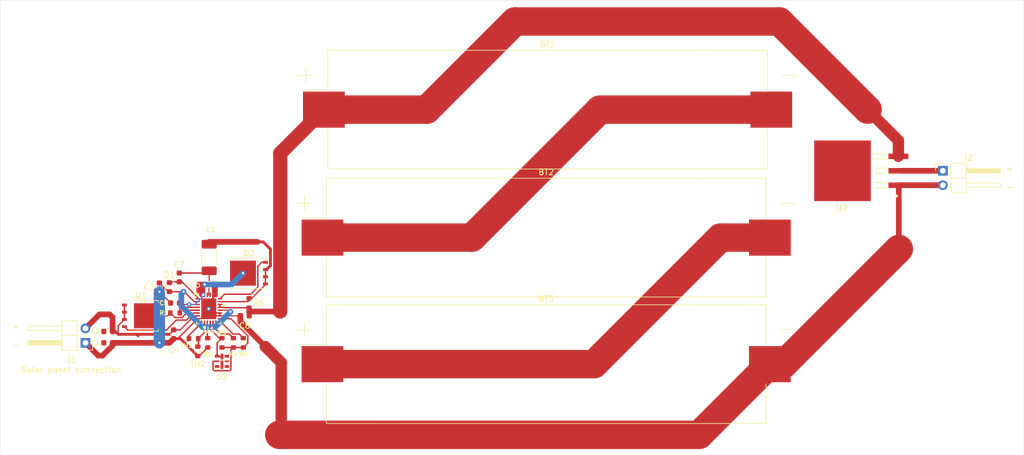
<source format=kicad_pcb>
(kicad_pcb (version 20171130) (host pcbnew "(5.1.9)-1")

  (general
    (thickness 1.6)
    (drawings 7)
    (tracks 219)
    (zones 0)
    (modules 28)
    (nets 23)
  )

  (page A4)
  (layers
    (0 F.Cu signal)
    (31 B.Cu signal)
    (32 B.Adhes user)
    (33 F.Adhes user)
    (34 B.Paste user)
    (35 F.Paste user)
    (36 B.SilkS user hide)
    (37 F.SilkS user)
    (38 B.Mask user hide)
    (39 F.Mask user hide)
    (40 Dwgs.User user hide)
    (41 Cmts.User user hide)
    (42 Eco1.User user hide)
    (43 Eco2.User user hide)
    (44 Edge.Cuts user)
    (45 Margin user hide)
    (46 B.CrtYd user hide)
    (47 F.CrtYd user hide)
    (48 B.Fab user hide)
    (49 F.Fab user hide)
  )

  (setup
    (last_trace_width 1)
    (user_trace_width 0.2)
    (user_trace_width 0.5)
    (user_trace_width 1)
    (user_trace_width 2)
    (user_trace_width 2.5)
    (user_trace_width 5)
    (trace_clearance 0.2)
    (zone_clearance 0.508)
    (zone_45_only no)
    (trace_min 0.2)
    (via_size 0.8)
    (via_drill 0.4)
    (via_min_size 0.4)
    (via_min_drill 0.3)
    (uvia_size 0.3)
    (uvia_drill 0.1)
    (uvias_allowed no)
    (uvia_min_size 0.2)
    (uvia_min_drill 0.1)
    (edge_width 0.05)
    (segment_width 0.2)
    (pcb_text_width 0.3)
    (pcb_text_size 1.5 1.5)
    (mod_edge_width 0.12)
    (mod_text_size 1 1)
    (mod_text_width 0.15)
    (pad_size 1.524 1.524)
    (pad_drill 0.762)
    (pad_to_mask_clearance 0)
    (aux_axis_origin 0 0)
    (visible_elements FFFFFF7F)
    (pcbplotparams
      (layerselection 0x010fc_ffffffff)
      (usegerberextensions false)
      (usegerberattributes true)
      (usegerberadvancedattributes true)
      (creategerberjobfile true)
      (excludeedgelayer true)
      (linewidth 0.100000)
      (plotframeref false)
      (viasonmask false)
      (mode 1)
      (useauxorigin false)
      (hpglpennumber 1)
      (hpglpenspeed 20)
      (hpglpendiameter 15.000000)
      (psnegative false)
      (psa4output false)
      (plotreference true)
      (plotvalue true)
      (plotinvisibletext false)
      (padsonsilk false)
      (subtractmaskfromsilk false)
      (outputformat 1)
      (mirror false)
      (drillshape 1)
      (scaleselection 1)
      (outputdirectory ""))
  )

  (net 0 "")
  (net 1 "Net-(BT1-Pad1)")
  (net 2 "Net-(BT1-Pad2)")
  (net 3 "Net-(BT2-Pad2)")
  (net 4 GND)
  (net 5 "Net-(C1-Pad1)")
  (net 6 "Net-(C1-Pad2)")
  (net 7 VCC)
  (net 8 "Net-(C5-Pad1)")
  (net 9 "Net-(C7-Pad1)")
  (net 10 "Net-(C7-Pad2)")
  (net 11 /*SMBALERT)
  (net 12 VDD)
  (net 13 "Net-(L1-Pad2)")
  (net 14 "Net-(Q1-Pad4)")
  (net 15 "Net-(Q1-Pad5)")
  (net 16 "Net-(Q2-Pad4)")
  (net 17 "Net-(R2-Pad2)")
  (net 18 /SCL)
  (net 19 /SDA)
  (net 20 "Net-(TH1-Pad2)")
  (net 21 "Net-(TH1-Pad1)")
  (net 22 "Net-(J2-Pad1)")

  (net_class Default "This is the default net class."
    (clearance 0.2)
    (trace_width 0.25)
    (via_dia 0.8)
    (via_drill 0.4)
    (uvia_dia 0.3)
    (uvia_drill 0.1)
    (add_net /*SMBALERT)
    (add_net /SCL)
    (add_net /SDA)
    (add_net GND)
    (add_net "Net-(BT1-Pad1)")
    (add_net "Net-(BT1-Pad2)")
    (add_net "Net-(BT2-Pad2)")
    (add_net "Net-(C1-Pad1)")
    (add_net "Net-(C1-Pad2)")
    (add_net "Net-(C5-Pad1)")
    (add_net "Net-(C7-Pad1)")
    (add_net "Net-(C7-Pad2)")
    (add_net "Net-(J2-Pad1)")
    (add_net "Net-(L1-Pad2)")
    (add_net "Net-(Q1-Pad4)")
    (add_net "Net-(Q1-Pad5)")
    (add_net "Net-(Q2-Pad4)")
    (add_net "Net-(R2-Pad2)")
    (add_net "Net-(TH1-Pad1)")
    (add_net "Net-(TH1-Pad2)")
    (add_net VCC)
    (add_net VDD)
  )

  (module Inductor_SMD:L_2010_5025Metric_Pad1.52x2.65mm_HandSolder (layer F.Cu) (tedit 5F68FEF0) (tstamp 6093D26A)
    (at 106.75 70.25 90)
    (descr "Inductor SMD 2010 (5025 Metric), square (rectangular) end terminal, IPC_7351 nominal with elongated pad for handsoldering. (Body size source: http://www.tortai-tech.com/upload/download/2011102023233369053.pdf), generated with kicad-footprint-generator")
    (tags "inductor handsolder")
    (path /60B44BC2)
    (attr smd)
    (fp_text reference L1 (at 5 0.25 180) (layer F.SilkS)
      (effects (font (size 1 1) (thickness 0.15)))
    )
    (fp_text value L_Small (at 0 4.45 90) (layer F.Fab)
      (effects (font (size 1 1) (thickness 0.15)))
    )
    (fp_text user %R (at 0 0 270) (layer F.Fab)
      (effects (font (size 1 1) (thickness 0.15)))
    )
    (fp_line (start -2.5 1.25) (end -2.5 -1.25) (layer F.Fab) (width 0.1))
    (fp_line (start -2.5 -1.25) (end 2.5 -1.25) (layer F.Fab) (width 0.1))
    (fp_line (start 2.5 -1.25) (end 2.5 1.25) (layer F.Fab) (width 0.1))
    (fp_line (start 2.5 1.25) (end -2.5 1.25) (layer F.Fab) (width 0.1))
    (fp_line (start -1.402064 -1.36) (end 1.402064 -1.36) (layer F.SilkS) (width 0.12))
    (fp_line (start -1.402064 1.36) (end 1.402064 1.36) (layer F.SilkS) (width 0.12))
    (fp_line (start -3.35 1.58) (end -3.35 -1.58) (layer F.CrtYd) (width 0.05))
    (fp_line (start -3.35 -1.58) (end 3.35 -1.58) (layer F.CrtYd) (width 0.05))
    (fp_line (start 3.35 -1.58) (end 3.35 1.58) (layer F.CrtYd) (width 0.05))
    (fp_line (start 3.35 1.58) (end -3.35 1.58) (layer F.CrtYd) (width 0.05))
    (pad 2 smd roundrect (at 2.3375 0 90) (size 1.525 2.65) (layers F.Cu F.Paste F.Mask) (roundrect_rratio 0.163934)
      (net 13 "Net-(L1-Pad2)"))
    (pad 1 smd roundrect (at -2.3375 0 90) (size 1.525 2.65) (layers F.Cu F.Paste F.Mask) (roundrect_rratio 0.163934)
      (net 10 "Net-(C7-Pad2)"))
    (model ${KISYS3DMOD}/Inductor_SMD.3dshapes/L_2010_5025Metric.wrl
      (at (xyz 0 0 0))
      (scale (xyz 1 1 1))
      (rotate (xyz 0 0 0))
    )
  )

  (module Battery:BatteryHolder_Keystone_1042_1x18650 (layer F.Cu) (tedit 5A033499) (tstamp 6093D0E5)
    (at 166.25 44.25)
    (descr "Battery holder for 18650 cylindrical cells http://www.keyelco.com/product.cfm/product_id/918")
    (tags "18650 Keystone 1042 Li-ion")
    (path /60C0A4AD)
    (attr smd)
    (fp_text reference BT1 (at 0 -11.5) (layer F.SilkS)
      (effects (font (size 1 1) (thickness 0.15)))
    )
    (fp_text value Battery_Cell (at 0 11.3) (layer F.Fab)
      (effects (font (size 1 1) (thickness 0.15)))
    )
    (fp_line (start -42.5 -4.75) (end -42.5 -7.25) (layer F.SilkS) (width 0.12))
    (fp_line (start -43.75 -6) (end -41.25 -6) (layer F.SilkS) (width 0.12))
    (fp_line (start -39.03 3.68) (end -43.5 3.68) (layer F.CrtYd) (width 0.05))
    (fp_line (start -43.5 3.68) (end -43.5 -3.68) (layer F.CrtYd) (width 0.05))
    (fp_line (start -43.5 -3.68) (end -39.03 -3.68) (layer F.CrtYd) (width 0.05))
    (fp_line (start 43.5 -3.68) (end 39.03 -3.68) (layer F.CrtYd) (width 0.05))
    (fp_line (start 39.03 3.68) (end 43.5 3.68) (layer F.CrtYd) (width 0.05))
    (fp_line (start -39.03 -10.83) (end -39.03 -3.68) (layer F.CrtYd) (width 0.05))
    (fp_line (start -39.03 10.83) (end -39.03 3.68) (layer F.CrtYd) (width 0.05))
    (fp_line (start 39.03 -10.83) (end 39.03 -3.68) (layer F.CrtYd) (width 0.05))
    (fp_line (start -39.03 -10.83) (end 39.03 -10.83) (layer F.CrtYd) (width 0.05))
    (fp_line (start -39.03 10.83) (end 39.03 10.83) (layer F.CrtYd) (width 0.05))
    (fp_line (start 38.53 -10.33) (end 38.53 10.33) (layer F.Fab) (width 0.1))
    (fp_line (start -33.3675 -10.33) (end 38.53 -10.33) (layer F.Fab) (width 0.1))
    (fp_line (start 43.75 -6) (end 41.25 -6) (layer F.SilkS) (width 0.12))
    (fp_line (start -38.53 -5.1675) (end -38.53 10.33) (layer F.Fab) (width 0.1))
    (fp_line (start -38.53 10.33) (end 38.53 10.33) (layer F.Fab) (width 0.1))
    (fp_line (start 38.64 -3.44) (end 38.64 -10.42) (layer F.SilkS) (width 0.12))
    (fp_line (start 38.64 -10.44) (end -38.64 -10.44) (layer F.SilkS) (width 0.12))
    (fp_line (start -38.64 -10.44) (end -38.64 -3.44) (layer F.SilkS) (width 0.12))
    (fp_line (start 38.64 3.44) (end 38.64 10.44) (layer F.SilkS) (width 0.12))
    (fp_line (start 38.64 10.44) (end -38.64 10.44) (layer F.SilkS) (width 0.12))
    (fp_line (start -38.64 10.44) (end -38.64 3.44) (layer F.SilkS) (width 0.12))
    (fp_line (start 39.03 10.83) (end 39.03 3.68) (layer F.CrtYd) (width 0.05))
    (fp_line (start 43.5 3.68) (end 43.5 -3.68) (layer F.CrtYd) (width 0.05))
    (fp_line (start -38.64 -3.44) (end -43 -3.44) (layer F.SilkS) (width 0.12))
    (fp_line (start -33.3675 -10.33) (end -38.53 -5.1675) (layer F.Fab) (width 0.1))
    (fp_text user %R (at 0 0) (layer F.Fab)
      (effects (font (size 1 1) (thickness 0.15)))
    )
    (pad 1 smd rect (at -39.33 0) (size 7.34 6.35) (layers F.Cu F.Paste F.Mask)
      (net 1 "Net-(BT1-Pad1)"))
    (pad 2 smd rect (at 39.33 0) (size 7.34 6.35) (layers F.Cu F.Paste F.Mask)
      (net 2 "Net-(BT1-Pad2)"))
    (pad "" np_thru_hole circle (at 27.6 -8) (size 3.45 3.45) (drill 3.45) (layers *.Cu *.Mask))
    (pad "" np_thru_hole circle (at -27.6 8) (size 3.45 3.45) (drill 3.45) (layers *.Cu *.Mask))
    (pad "" np_thru_hole circle (at -35.93 -8) (size 2.39 2.39) (drill 2.39) (layers *.Cu *.Mask))
    (model ${KISYS3DMOD}/Battery.3dshapes/BatteryHolder_Keystone_1042_1x18650.wrl
      (at (xyz 0 0 0))
      (scale (xyz 1 1 1))
      (rotate (xyz 0 0 0))
    )
  )

  (module Battery:BatteryHolder_Keystone_1042_1x18650 (layer F.Cu) (tedit 5A033499) (tstamp 6093D10A)
    (at 166 66.75)
    (descr "Battery holder for 18650 cylindrical cells http://www.keyelco.com/product.cfm/product_id/918")
    (tags "18650 Keystone 1042 Li-ion")
    (path /60C0AE93)
    (attr smd)
    (fp_text reference BT2 (at 0 -11.5) (layer F.SilkS)
      (effects (font (size 1 1) (thickness 0.15)))
    )
    (fp_text value Battery_Cell (at 0 11.3) (layer F.Fab)
      (effects (font (size 1 1) (thickness 0.15)))
    )
    (fp_text user %R (at 0 0) (layer F.Fab)
      (effects (font (size 1 1) (thickness 0.15)))
    )
    (fp_line (start -33.3675 -10.33) (end -38.53 -5.1675) (layer F.Fab) (width 0.1))
    (fp_line (start -38.64 -3.44) (end -43 -3.44) (layer F.SilkS) (width 0.12))
    (fp_line (start 43.5 3.68) (end 43.5 -3.68) (layer F.CrtYd) (width 0.05))
    (fp_line (start 39.03 10.83) (end 39.03 3.68) (layer F.CrtYd) (width 0.05))
    (fp_line (start -38.64 10.44) (end -38.64 3.44) (layer F.SilkS) (width 0.12))
    (fp_line (start 38.64 10.44) (end -38.64 10.44) (layer F.SilkS) (width 0.12))
    (fp_line (start 38.64 3.44) (end 38.64 10.44) (layer F.SilkS) (width 0.12))
    (fp_line (start -38.64 -10.44) (end -38.64 -3.44) (layer F.SilkS) (width 0.12))
    (fp_line (start 38.64 -10.44) (end -38.64 -10.44) (layer F.SilkS) (width 0.12))
    (fp_line (start 38.64 -3.44) (end 38.64 -10.42) (layer F.SilkS) (width 0.12))
    (fp_line (start -38.53 10.33) (end 38.53 10.33) (layer F.Fab) (width 0.1))
    (fp_line (start -38.53 -5.1675) (end -38.53 10.33) (layer F.Fab) (width 0.1))
    (fp_line (start 43.75 -6) (end 41.25 -6) (layer F.SilkS) (width 0.12))
    (fp_line (start -33.3675 -10.33) (end 38.53 -10.33) (layer F.Fab) (width 0.1))
    (fp_line (start 38.53 -10.33) (end 38.53 10.33) (layer F.Fab) (width 0.1))
    (fp_line (start -39.03 10.83) (end 39.03 10.83) (layer F.CrtYd) (width 0.05))
    (fp_line (start -39.03 -10.83) (end 39.03 -10.83) (layer F.CrtYd) (width 0.05))
    (fp_line (start 39.03 -10.83) (end 39.03 -3.68) (layer F.CrtYd) (width 0.05))
    (fp_line (start -39.03 10.83) (end -39.03 3.68) (layer F.CrtYd) (width 0.05))
    (fp_line (start -39.03 -10.83) (end -39.03 -3.68) (layer F.CrtYd) (width 0.05))
    (fp_line (start 39.03 3.68) (end 43.5 3.68) (layer F.CrtYd) (width 0.05))
    (fp_line (start 43.5 -3.68) (end 39.03 -3.68) (layer F.CrtYd) (width 0.05))
    (fp_line (start -43.5 -3.68) (end -39.03 -3.68) (layer F.CrtYd) (width 0.05))
    (fp_line (start -43.5 3.68) (end -43.5 -3.68) (layer F.CrtYd) (width 0.05))
    (fp_line (start -39.03 3.68) (end -43.5 3.68) (layer F.CrtYd) (width 0.05))
    (fp_line (start -43.75 -6) (end -41.25 -6) (layer F.SilkS) (width 0.12))
    (fp_line (start -42.5 -4.75) (end -42.5 -7.25) (layer F.SilkS) (width 0.12))
    (pad "" np_thru_hole circle (at -35.93 -8) (size 2.39 2.39) (drill 2.39) (layers *.Cu *.Mask))
    (pad "" np_thru_hole circle (at -27.6 8) (size 3.45 3.45) (drill 3.45) (layers *.Cu *.Mask))
    (pad "" np_thru_hole circle (at 27.6 -8) (size 3.45 3.45) (drill 3.45) (layers *.Cu *.Mask))
    (pad 2 smd rect (at 39.33 0) (size 7.34 6.35) (layers F.Cu F.Paste F.Mask)
      (net 3 "Net-(BT2-Pad2)"))
    (pad 1 smd rect (at -39.33 0) (size 7.34 6.35) (layers F.Cu F.Paste F.Mask)
      (net 2 "Net-(BT1-Pad2)"))
    (model ${KISYS3DMOD}/Battery.3dshapes/BatteryHolder_Keystone_1042_1x18650.wrl
      (at (xyz 0 0 0))
      (scale (xyz 1 1 1))
      (rotate (xyz 0 0 0))
    )
  )

  (module Battery:BatteryHolder_Keystone_1042_1x18650 (layer F.Cu) (tedit 5A033499) (tstamp 6093D12F)
    (at 166 89)
    (descr "Battery holder for 18650 cylindrical cells http://www.keyelco.com/product.cfm/product_id/918")
    (tags "18650 Keystone 1042 Li-ion")
    (path /60C0B286)
    (attr smd)
    (fp_text reference BT3 (at 0 -11.5) (layer F.SilkS)
      (effects (font (size 1 1) (thickness 0.15)))
    )
    (fp_text value Battery_Cell (at 0 11.3) (layer F.Fab)
      (effects (font (size 1 1) (thickness 0.15)))
    )
    (fp_line (start -42.5 -4.75) (end -42.5 -7.25) (layer F.SilkS) (width 0.12))
    (fp_line (start -43.75 -6) (end -41.25 -6) (layer F.SilkS) (width 0.12))
    (fp_line (start -39.03 3.68) (end -43.5 3.68) (layer F.CrtYd) (width 0.05))
    (fp_line (start -43.5 3.68) (end -43.5 -3.68) (layer F.CrtYd) (width 0.05))
    (fp_line (start -43.5 -3.68) (end -39.03 -3.68) (layer F.CrtYd) (width 0.05))
    (fp_line (start 43.5 -3.68) (end 39.03 -3.68) (layer F.CrtYd) (width 0.05))
    (fp_line (start 39.03 3.68) (end 43.5 3.68) (layer F.CrtYd) (width 0.05))
    (fp_line (start -39.03 -10.83) (end -39.03 -3.68) (layer F.CrtYd) (width 0.05))
    (fp_line (start -39.03 10.83) (end -39.03 3.68) (layer F.CrtYd) (width 0.05))
    (fp_line (start 39.03 -10.83) (end 39.03 -3.68) (layer F.CrtYd) (width 0.05))
    (fp_line (start -39.03 -10.83) (end 39.03 -10.83) (layer F.CrtYd) (width 0.05))
    (fp_line (start -39.03 10.83) (end 39.03 10.83) (layer F.CrtYd) (width 0.05))
    (fp_line (start 38.53 -10.33) (end 38.53 10.33) (layer F.Fab) (width 0.1))
    (fp_line (start -33.3675 -10.33) (end 38.53 -10.33) (layer F.Fab) (width 0.1))
    (fp_line (start 43.75 -6) (end 41.25 -6) (layer F.SilkS) (width 0.12))
    (fp_line (start -38.53 -5.1675) (end -38.53 10.33) (layer F.Fab) (width 0.1))
    (fp_line (start -38.53 10.33) (end 38.53 10.33) (layer F.Fab) (width 0.1))
    (fp_line (start 38.64 -3.44) (end 38.64 -10.42) (layer F.SilkS) (width 0.12))
    (fp_line (start 38.64 -10.44) (end -38.64 -10.44) (layer F.SilkS) (width 0.12))
    (fp_line (start -38.64 -10.44) (end -38.64 -3.44) (layer F.SilkS) (width 0.12))
    (fp_line (start 38.64 3.44) (end 38.64 10.44) (layer F.SilkS) (width 0.12))
    (fp_line (start 38.64 10.44) (end -38.64 10.44) (layer F.SilkS) (width 0.12))
    (fp_line (start -38.64 10.44) (end -38.64 3.44) (layer F.SilkS) (width 0.12))
    (fp_line (start 39.03 10.83) (end 39.03 3.68) (layer F.CrtYd) (width 0.05))
    (fp_line (start 43.5 3.68) (end 43.5 -3.68) (layer F.CrtYd) (width 0.05))
    (fp_line (start -38.64 -3.44) (end -43 -3.44) (layer F.SilkS) (width 0.12))
    (fp_line (start -33.3675 -10.33) (end -38.53 -5.1675) (layer F.Fab) (width 0.1))
    (fp_text user %R (at 0 0) (layer F.Fab)
      (effects (font (size 1 1) (thickness 0.15)))
    )
    (pad 1 smd rect (at -39.33 0) (size 7.34 6.35) (layers F.Cu F.Paste F.Mask)
      (net 3 "Net-(BT2-Pad2)"))
    (pad 2 smd rect (at 39.33 0) (size 7.34 6.35) (layers F.Cu F.Paste F.Mask)
      (net 4 GND))
    (pad "" np_thru_hole circle (at 27.6 -8) (size 3.45 3.45) (drill 3.45) (layers *.Cu *.Mask))
    (pad "" np_thru_hole circle (at -27.6 8) (size 3.45 3.45) (drill 3.45) (layers *.Cu *.Mask))
    (pad "" np_thru_hole circle (at -35.93 -8) (size 2.39 2.39) (drill 2.39) (layers *.Cu *.Mask))
    (model ${KISYS3DMOD}/Battery.3dshapes/BatteryHolder_Keystone_1042_1x18650.wrl
      (at (xyz 0 0 0))
      (scale (xyz 1 1 1))
      (rotate (xyz 0 0 0))
    )
  )

  (module Capacitor_SMD:C_0603_1608Metric (layer F.Cu) (tedit 5F68FEEE) (tstamp 6093D140)
    (at 89 83.25 180)
    (descr "Capacitor SMD 0603 (1608 Metric), square (rectangular) end terminal, IPC_7351 nominal, (Body size source: IPC-SM-782 page 76, https://www.pcb-3d.com/wordpress/wp-content/uploads/ipc-sm-782a_amendment_1_and_2.pdf), generated with kicad-footprint-generator")
    (tags capacitor)
    (path /60BB4A3C)
    (attr smd)
    (fp_text reference C1 (at 2.25 -2) (layer F.SilkS)
      (effects (font (size 0.8 0.8) (thickness 0.15)))
    )
    (fp_text value 2.5 (at 0 1.43) (layer F.Fab)
      (effects (font (size 1 1) (thickness 0.15)))
    )
    (fp_line (start 1.48 0.73) (end -1.48 0.73) (layer F.CrtYd) (width 0.05))
    (fp_line (start 1.48 -0.73) (end 1.48 0.73) (layer F.CrtYd) (width 0.05))
    (fp_line (start -1.48 -0.73) (end 1.48 -0.73) (layer F.CrtYd) (width 0.05))
    (fp_line (start -1.48 0.73) (end -1.48 -0.73) (layer F.CrtYd) (width 0.05))
    (fp_line (start -0.14058 0.51) (end 0.14058 0.51) (layer F.SilkS) (width 0.12))
    (fp_line (start -0.14058 -0.51) (end 0.14058 -0.51) (layer F.SilkS) (width 0.12))
    (fp_line (start 0.8 0.4) (end -0.8 0.4) (layer F.Fab) (width 0.1))
    (fp_line (start 0.8 -0.4) (end 0.8 0.4) (layer F.Fab) (width 0.1))
    (fp_line (start -0.8 -0.4) (end 0.8 -0.4) (layer F.Fab) (width 0.1))
    (fp_line (start -0.8 0.4) (end -0.8 -0.4) (layer F.Fab) (width 0.1))
    (fp_text user %R (at 0 0) (layer F.Fab)
      (effects (font (size 0.4 0.4) (thickness 0.06)))
    )
    (pad 1 smd roundrect (at -0.775 0 180) (size 0.9 0.95) (layers F.Cu F.Paste F.Mask) (roundrect_rratio 0.25)
      (net 5 "Net-(C1-Pad1)"))
    (pad 2 smd roundrect (at 0.775 0 180) (size 0.9 0.95) (layers F.Cu F.Paste F.Mask) (roundrect_rratio 0.25)
      (net 6 "Net-(C1-Pad2)"))
    (model ${KISYS3DMOD}/Capacitor_SMD.3dshapes/C_0603_1608Metric.wrl
      (at (xyz 0 0 0))
      (scale (xyz 1 1 1))
      (rotate (xyz 0 0 0))
    )
  )

  (module Capacitor_SMD:C_0603_1608Metric (layer F.Cu) (tedit 5F68FEEE) (tstamp 6093D151)
    (at 89 85.25)
    (descr "Capacitor SMD 0603 (1608 Metric), square (rectangular) end terminal, IPC_7351 nominal, (Body size source: IPC-SM-782 page 76, https://www.pcb-3d.com/wordpress/wp-content/uploads/ipc-sm-782a_amendment_1_and_2.pdf), generated with kicad-footprint-generator")
    (tags capacitor)
    (path /60BB3FBF)
    (attr smd)
    (fp_text reference C2 (at -2.25 -2) (layer F.SilkS)
      (effects (font (size 0.8 0.8) (thickness 0.15)))
    )
    (fp_text value CP1_Small (at 0 1.43) (layer F.Fab)
      (effects (font (size 1 1) (thickness 0.15)))
    )
    (fp_text user %R (at 0 0) (layer F.Fab)
      (effects (font (size 0.4 0.4) (thickness 0.06)))
    )
    (fp_line (start -0.8 0.4) (end -0.8 -0.4) (layer F.Fab) (width 0.1))
    (fp_line (start -0.8 -0.4) (end 0.8 -0.4) (layer F.Fab) (width 0.1))
    (fp_line (start 0.8 -0.4) (end 0.8 0.4) (layer F.Fab) (width 0.1))
    (fp_line (start 0.8 0.4) (end -0.8 0.4) (layer F.Fab) (width 0.1))
    (fp_line (start -0.14058 -0.51) (end 0.14058 -0.51) (layer F.SilkS) (width 0.12))
    (fp_line (start -0.14058 0.51) (end 0.14058 0.51) (layer F.SilkS) (width 0.12))
    (fp_line (start -1.48 0.73) (end -1.48 -0.73) (layer F.CrtYd) (width 0.05))
    (fp_line (start -1.48 -0.73) (end 1.48 -0.73) (layer F.CrtYd) (width 0.05))
    (fp_line (start 1.48 -0.73) (end 1.48 0.73) (layer F.CrtYd) (width 0.05))
    (fp_line (start 1.48 0.73) (end -1.48 0.73) (layer F.CrtYd) (width 0.05))
    (pad 2 smd roundrect (at 0.775 0) (size 0.9 0.95) (layers F.Cu F.Paste F.Mask) (roundrect_rratio 0.25)
      (net 4 GND))
    (pad 1 smd roundrect (at -0.775 0) (size 0.9 0.95) (layers F.Cu F.Paste F.Mask) (roundrect_rratio 0.25)
      (net 6 "Net-(C1-Pad2)"))
    (model ${KISYS3DMOD}/Capacitor_SMD.3dshapes/C_0603_1608Metric.wrl
      (at (xyz 0 0 0))
      (scale (xyz 1 1 1))
      (rotate (xyz 0 0 0))
    )
  )

  (module Capacitor_SMD:C_0603_1608Metric (layer F.Cu) (tedit 5F68FEEE) (tstamp 6093D162)
    (at 98 75.5 270)
    (descr "Capacitor SMD 0603 (1608 Metric), square (rectangular) end terminal, IPC_7351 nominal, (Body size source: IPC-SM-782 page 76, https://www.pcb-3d.com/wordpress/wp-content/uploads/ipc-sm-782a_amendment_1_and_2.pdf), generated with kicad-footprint-generator")
    (tags capacitor)
    (path /6092AA18)
    (attr smd)
    (fp_text reference C3 (at 0 1.75) (layer F.SilkS)
      (effects (font (size 1 1) (thickness 0.15)))
    )
    (fp_text value "4.7 uF" (at 0 1.43 90) (layer F.Fab)
      (effects (font (size 1 1) (thickness 0.15)))
    )
    (fp_text user %R (at 0 0 90) (layer F.Fab)
      (effects (font (size 0.4 0.4) (thickness 0.06)))
    )
    (fp_line (start -0.8 0.4) (end -0.8 -0.4) (layer F.Fab) (width 0.1))
    (fp_line (start -0.8 -0.4) (end 0.8 -0.4) (layer F.Fab) (width 0.1))
    (fp_line (start 0.8 -0.4) (end 0.8 0.4) (layer F.Fab) (width 0.1))
    (fp_line (start 0.8 0.4) (end -0.8 0.4) (layer F.Fab) (width 0.1))
    (fp_line (start -0.14058 -0.51) (end 0.14058 -0.51) (layer F.SilkS) (width 0.12))
    (fp_line (start -0.14058 0.51) (end 0.14058 0.51) (layer F.SilkS) (width 0.12))
    (fp_line (start -1.48 0.73) (end -1.48 -0.73) (layer F.CrtYd) (width 0.05))
    (fp_line (start -1.48 -0.73) (end 1.48 -0.73) (layer F.CrtYd) (width 0.05))
    (fp_line (start 1.48 -0.73) (end 1.48 0.73) (layer F.CrtYd) (width 0.05))
    (fp_line (start 1.48 0.73) (end -1.48 0.73) (layer F.CrtYd) (width 0.05))
    (pad 2 smd roundrect (at 0.775 0 270) (size 0.9 0.95) (layers F.Cu F.Paste F.Mask) (roundrect_rratio 0.25)
      (net 4 GND))
    (pad 1 smd roundrect (at -0.775 0 270) (size 0.9 0.95) (layers F.Cu F.Paste F.Mask) (roundrect_rratio 0.25)
      (net 7 VCC))
    (model ${KISYS3DMOD}/Capacitor_SMD.3dshapes/C_0603_1608Metric.wrl
      (at (xyz 0 0 0))
      (scale (xyz 1 1 1))
      (rotate (xyz 0 0 0))
    )
  )

  (module Capacitor_SMD:C_0603_1608Metric (layer F.Cu) (tedit 5F68FEEE) (tstamp 6093D173)
    (at 100.5 83.75 270)
    (descr "Capacitor SMD 0603 (1608 Metric), square (rectangular) end terminal, IPC_7351 nominal, (Body size source: IPC-SM-782 page 76, https://www.pcb-3d.com/wordpress/wp-content/uploads/ipc-sm-782a_amendment_1_and_2.pdf), generated with kicad-footprint-generator")
    (tags capacitor)
    (path /6099F305)
    (attr smd)
    (fp_text reference C4 (at 2.75 0 180) (layer F.SilkS)
      (effects (font (size 1 1) (thickness 0.15)))
    )
    (fp_text value "0.1 uF" (at 0 1.43 90) (layer F.Fab)
      (effects (font (size 1 1) (thickness 0.15)))
    )
    (fp_text user %R (at 0 0 90) (layer F.Fab)
      (effects (font (size 0.4 0.4) (thickness 0.06)))
    )
    (fp_line (start -0.8 0.4) (end -0.8 -0.4) (layer F.Fab) (width 0.1))
    (fp_line (start -0.8 -0.4) (end 0.8 -0.4) (layer F.Fab) (width 0.1))
    (fp_line (start 0.8 -0.4) (end 0.8 0.4) (layer F.Fab) (width 0.1))
    (fp_line (start 0.8 0.4) (end -0.8 0.4) (layer F.Fab) (width 0.1))
    (fp_line (start -0.14058 -0.51) (end 0.14058 -0.51) (layer F.SilkS) (width 0.12))
    (fp_line (start -0.14058 0.51) (end 0.14058 0.51) (layer F.SilkS) (width 0.12))
    (fp_line (start -1.48 0.73) (end -1.48 -0.73) (layer F.CrtYd) (width 0.05))
    (fp_line (start -1.48 -0.73) (end 1.48 -0.73) (layer F.CrtYd) (width 0.05))
    (fp_line (start 1.48 -0.73) (end 1.48 0.73) (layer F.CrtYd) (width 0.05))
    (fp_line (start 1.48 0.73) (end -1.48 0.73) (layer F.CrtYd) (width 0.05))
    (pad 2 smd roundrect (at 0.775 0 270) (size 0.9 0.95) (layers F.Cu F.Paste F.Mask) (roundrect_rratio 0.25)
      (net 4 GND))
    (pad 1 smd roundrect (at -0.775 0 270) (size 0.9 0.95) (layers F.Cu F.Paste F.Mask) (roundrect_rratio 0.25)
      (net 5 "Net-(C1-Pad1)"))
    (model ${KISYS3DMOD}/Capacitor_SMD.3dshapes/C_0603_1608Metric.wrl
      (at (xyz 0 0 0))
      (scale (xyz 1 1 1))
      (rotate (xyz 0 0 0))
    )
  )

  (module Capacitor_SMD:C_0603_1608Metric (layer F.Cu) (tedit 5F68FEEE) (tstamp 6093D184)
    (at 100.75 78.25 180)
    (descr "Capacitor SMD 0603 (1608 Metric), square (rectangular) end terminal, IPC_7351 nominal, (Body size source: IPC-SM-782 page 76, https://www.pcb-3d.com/wordpress/wp-content/uploads/ipc-sm-782a_amendment_1_and_2.pdf), generated with kicad-footprint-generator")
    (tags capacitor)
    (path /6092EF4F)
    (attr smd)
    (fp_text reference C5 (at 2 0) (layer F.SilkS)
      (effects (font (size 0.75 0.75) (thickness 0.15)))
    )
    (fp_text value "0.1 uF" (at 0 1.43) (layer F.Fab)
      (effects (font (size 1 1) (thickness 0.15)))
    )
    (fp_text user %R (at 0 0) (layer F.Fab)
      (effects (font (size 0.4 0.4) (thickness 0.06)))
    )
    (fp_line (start -0.8 0.4) (end -0.8 -0.4) (layer F.Fab) (width 0.1))
    (fp_line (start -0.8 -0.4) (end 0.8 -0.4) (layer F.Fab) (width 0.1))
    (fp_line (start 0.8 -0.4) (end 0.8 0.4) (layer F.Fab) (width 0.1))
    (fp_line (start 0.8 0.4) (end -0.8 0.4) (layer F.Fab) (width 0.1))
    (fp_line (start -0.14058 -0.51) (end 0.14058 -0.51) (layer F.SilkS) (width 0.12))
    (fp_line (start -0.14058 0.51) (end 0.14058 0.51) (layer F.SilkS) (width 0.12))
    (fp_line (start -1.48 0.73) (end -1.48 -0.73) (layer F.CrtYd) (width 0.05))
    (fp_line (start -1.48 -0.73) (end 1.48 -0.73) (layer F.CrtYd) (width 0.05))
    (fp_line (start 1.48 -0.73) (end 1.48 0.73) (layer F.CrtYd) (width 0.05))
    (fp_line (start 1.48 0.73) (end -1.48 0.73) (layer F.CrtYd) (width 0.05))
    (pad 2 smd roundrect (at 0.775 0 180) (size 0.9 0.95) (layers F.Cu F.Paste F.Mask) (roundrect_rratio 0.25)
      (net 4 GND))
    (pad 1 smd roundrect (at -0.775 0 180) (size 0.9 0.95) (layers F.Cu F.Paste F.Mask) (roundrect_rratio 0.25)
      (net 8 "Net-(C5-Pad1)"))
    (model ${KISYS3DMOD}/Capacitor_SMD.3dshapes/C_0603_1608Metric.wrl
      (at (xyz 0 0 0))
      (scale (xyz 1 1 1))
      (rotate (xyz 0 0 0))
    )
  )

  (module Capacitor_SMD:C_0603_1608Metric (layer F.Cu) (tedit 5F68FEEE) (tstamp 6093D195)
    (at 106.725 75)
    (descr "Capacitor SMD 0603 (1608 Metric), square (rectangular) end terminal, IPC_7351 nominal, (Body size source: IPC-SM-782 page 76, https://www.pcb-3d.com/wordpress/wp-content/uploads/ipc-sm-782a_amendment_1_and_2.pdf), generated with kicad-footprint-generator")
    (tags capacitor)
    (path /60B812E2)
    (attr smd)
    (fp_text reference C6 (at -2.475 0) (layer F.SilkS)
      (effects (font (size 1 1) (thickness 0.15)))
    )
    (fp_text value "10 uF" (at 0 1.43) (layer F.Fab)
      (effects (font (size 1 1) (thickness 0.15)))
    )
    (fp_line (start 1.48 0.73) (end -1.48 0.73) (layer F.CrtYd) (width 0.05))
    (fp_line (start 1.48 -0.73) (end 1.48 0.73) (layer F.CrtYd) (width 0.05))
    (fp_line (start -1.48 -0.73) (end 1.48 -0.73) (layer F.CrtYd) (width 0.05))
    (fp_line (start -1.48 0.73) (end -1.48 -0.73) (layer F.CrtYd) (width 0.05))
    (fp_line (start -0.14058 0.51) (end 0.14058 0.51) (layer F.SilkS) (width 0.12))
    (fp_line (start -0.14058 -0.51) (end 0.14058 -0.51) (layer F.SilkS) (width 0.12))
    (fp_line (start 0.8 0.4) (end -0.8 0.4) (layer F.Fab) (width 0.1))
    (fp_line (start 0.8 -0.4) (end 0.8 0.4) (layer F.Fab) (width 0.1))
    (fp_line (start -0.8 -0.4) (end 0.8 -0.4) (layer F.Fab) (width 0.1))
    (fp_line (start -0.8 0.4) (end -0.8 -0.4) (layer F.Fab) (width 0.1))
    (fp_text user %R (at 0 0) (layer F.Fab)
      (effects (font (size 0.4 0.4) (thickness 0.06)))
    )
    (pad 1 smd roundrect (at -0.775 0) (size 0.9 0.95) (layers F.Cu F.Paste F.Mask) (roundrect_rratio 0.25)
      (net 8 "Net-(C5-Pad1)"))
    (pad 2 smd roundrect (at 0.775 0) (size 0.9 0.95) (layers F.Cu F.Paste F.Mask) (roundrect_rratio 0.25)
      (net 4 GND))
    (model ${KISYS3DMOD}/Capacitor_SMD.3dshapes/C_0603_1608Metric.wrl
      (at (xyz 0 0 0))
      (scale (xyz 1 1 1))
      (rotate (xyz 0 0 0))
    )
  )

  (module Capacitor_SMD:C_0603_1608Metric (layer F.Cu) (tedit 5F68FEEE) (tstamp 6093D1A6)
    (at 101.5 73.75 90)
    (descr "Capacitor SMD 0603 (1608 Metric), square (rectangular) end terminal, IPC_7351 nominal, (Body size source: IPC-SM-782 page 76, https://www.pcb-3d.com/wordpress/wp-content/uploads/ipc-sm-782a_amendment_1_and_2.pdf), generated with kicad-footprint-generator")
    (tags capacitor)
    (path /60B36ABE)
    (attr smd)
    (fp_text reference C7 (at 2.25 0 180) (layer F.SilkS)
      (effects (font (size 1 1) (thickness 0.15)))
    )
    (fp_text value "0.022 uF" (at 0 1.43 90) (layer F.Fab)
      (effects (font (size 1 1) (thickness 0.15)))
    )
    (fp_line (start 1.48 0.73) (end -1.48 0.73) (layer F.CrtYd) (width 0.05))
    (fp_line (start 1.48 -0.73) (end 1.48 0.73) (layer F.CrtYd) (width 0.05))
    (fp_line (start -1.48 -0.73) (end 1.48 -0.73) (layer F.CrtYd) (width 0.05))
    (fp_line (start -1.48 0.73) (end -1.48 -0.73) (layer F.CrtYd) (width 0.05))
    (fp_line (start -0.14058 0.51) (end 0.14058 0.51) (layer F.SilkS) (width 0.12))
    (fp_line (start -0.14058 -0.51) (end 0.14058 -0.51) (layer F.SilkS) (width 0.12))
    (fp_line (start 0.8 0.4) (end -0.8 0.4) (layer F.Fab) (width 0.1))
    (fp_line (start 0.8 -0.4) (end 0.8 0.4) (layer F.Fab) (width 0.1))
    (fp_line (start -0.8 -0.4) (end 0.8 -0.4) (layer F.Fab) (width 0.1))
    (fp_line (start -0.8 0.4) (end -0.8 -0.4) (layer F.Fab) (width 0.1))
    (fp_text user %R (at 0 0 90) (layer F.Fab)
      (effects (font (size 0.4 0.4) (thickness 0.06)))
    )
    (pad 1 smd roundrect (at -0.775 0 90) (size 0.9 0.95) (layers F.Cu F.Paste F.Mask) (roundrect_rratio 0.25)
      (net 9 "Net-(C7-Pad1)"))
    (pad 2 smd roundrect (at 0.775 0 90) (size 0.9 0.95) (layers F.Cu F.Paste F.Mask) (roundrect_rratio 0.25)
      (net 10 "Net-(C7-Pad2)"))
    (model ${KISYS3DMOD}/Capacitor_SMD.3dshapes/C_0603_1608Metric.wrl
      (at (xyz 0 0 0))
      (scale (xyz 1 1 1))
      (rotate (xyz 0 0 0))
    )
  )

  (module Capacitor_SMD:C_0603_1608Metric (layer F.Cu) (tedit 5F68FEEE) (tstamp 6093D1B7)
    (at 113 80.5 180)
    (descr "Capacitor SMD 0603 (1608 Metric), square (rectangular) end terminal, IPC_7351 nominal, (Body size source: IPC-SM-782 page 76, https://www.pcb-3d.com/wordpress/wp-content/uploads/ipc-sm-782a_amendment_1_and_2.pdf), generated with kicad-footprint-generator")
    (tags capacitor)
    (path /60A9B2F7)
    (attr smd)
    (fp_text reference C8 (at 0 -1.75) (layer F.SilkS)
      (effects (font (size 1 1) (thickness 0.15)))
    )
    (fp_text value "10 uF" (at 0 1.43) (layer F.Fab)
      (effects (font (size 1 1) (thickness 0.15)))
    )
    (fp_line (start 1.48 0.73) (end -1.48 0.73) (layer F.CrtYd) (width 0.05))
    (fp_line (start 1.48 -0.73) (end 1.48 0.73) (layer F.CrtYd) (width 0.05))
    (fp_line (start -1.48 -0.73) (end 1.48 -0.73) (layer F.CrtYd) (width 0.05))
    (fp_line (start -1.48 0.73) (end -1.48 -0.73) (layer F.CrtYd) (width 0.05))
    (fp_line (start -0.14058 0.51) (end 0.14058 0.51) (layer F.SilkS) (width 0.12))
    (fp_line (start -0.14058 -0.51) (end 0.14058 -0.51) (layer F.SilkS) (width 0.12))
    (fp_line (start 0.8 0.4) (end -0.8 0.4) (layer F.Fab) (width 0.1))
    (fp_line (start 0.8 -0.4) (end 0.8 0.4) (layer F.Fab) (width 0.1))
    (fp_line (start -0.8 -0.4) (end 0.8 -0.4) (layer F.Fab) (width 0.1))
    (fp_line (start -0.8 0.4) (end -0.8 -0.4) (layer F.Fab) (width 0.1))
    (fp_text user %R (at 0 0) (layer F.Fab)
      (effects (font (size 0.4 0.4) (thickness 0.06)))
    )
    (pad 1 smd roundrect (at -0.775 0 180) (size 0.9 0.95) (layers F.Cu F.Paste F.Mask) (roundrect_rratio 0.25)
      (net 1 "Net-(BT1-Pad1)"))
    (pad 2 smd roundrect (at 0.775 0 180) (size 0.9 0.95) (layers F.Cu F.Paste F.Mask) (roundrect_rratio 0.25)
      (net 4 GND))
    (model ${KISYS3DMOD}/Capacitor_SMD.3dshapes/C_0603_1608Metric.wrl
      (at (xyz 0 0 0))
      (scale (xyz 1 1 1))
      (rotate (xyz 0 0 0))
    )
  )

  (module Diode_SMD:D_0603_1608Metric (layer F.Cu) (tedit 5F68FEF0) (tstamp 6093D1CA)
    (at 99.75 75.4625 270)
    (descr "Diode SMD 0603 (1608 Metric), square (rectangular) end terminal, IPC_7351 nominal, (Body size source: http://www.tortai-tech.com/upload/download/2011102023233369053.pdf), generated with kicad-footprint-generator")
    (tags diode)
    (path /6093D4E4)
    (attr smd)
    (fp_text reference D1 (at -2.2125 0 180) (layer F.SilkS)
      (effects (font (size 1 1) (thickness 0.15)))
    )
    (fp_text value D_Schottky_Small_ALT (at 0 1.43 90) (layer F.Fab)
      (effects (font (size 1 1) (thickness 0.15)))
    )
    (fp_line (start 1.48 0.73) (end -1.48 0.73) (layer F.CrtYd) (width 0.05))
    (fp_line (start 1.48 -0.73) (end 1.48 0.73) (layer F.CrtYd) (width 0.05))
    (fp_line (start -1.48 -0.73) (end 1.48 -0.73) (layer F.CrtYd) (width 0.05))
    (fp_line (start -1.48 0.73) (end -1.48 -0.73) (layer F.CrtYd) (width 0.05))
    (fp_line (start -1.485 0.735) (end 0.8 0.735) (layer F.SilkS) (width 0.12))
    (fp_line (start -1.485 -0.735) (end -1.485 0.735) (layer F.SilkS) (width 0.12))
    (fp_line (start 0.8 -0.735) (end -1.485 -0.735) (layer F.SilkS) (width 0.12))
    (fp_line (start 0.8 0.4) (end 0.8 -0.4) (layer F.Fab) (width 0.1))
    (fp_line (start -0.8 0.4) (end 0.8 0.4) (layer F.Fab) (width 0.1))
    (fp_line (start -0.8 -0.1) (end -0.8 0.4) (layer F.Fab) (width 0.1))
    (fp_line (start -0.5 -0.4) (end -0.8 -0.1) (layer F.Fab) (width 0.1))
    (fp_line (start 0.8 -0.4) (end -0.5 -0.4) (layer F.Fab) (width 0.1))
    (fp_text user %R (at 0 0 90) (layer F.Fab)
      (effects (font (size 0.4 0.4) (thickness 0.06)))
    )
    (pad 1 smd roundrect (at -0.7875 0 270) (size 0.875 0.95) (layers F.Cu F.Paste F.Mask) (roundrect_rratio 0.25)
      (net 9 "Net-(C7-Pad1)"))
    (pad 2 smd roundrect (at 0.7875 0 270) (size 0.875 0.95) (layers F.Cu F.Paste F.Mask) (roundrect_rratio 0.25)
      (net 7 VCC))
    (model ${KISYS3DMOD}/Diode_SMD.3dshapes/D_0603_1608Metric.wrl
      (at (xyz 0 0 0))
      (scale (xyz 1 1 1))
      (rotate (xyz 0 0 0))
    )
  )

  (module LED_SMD:LED-APA102-2020 (layer F.Cu) (tedit 5CADBF17) (tstamp 6093D1EA)
    (at 109 88.5)
    (descr http://www.led-color.com/upload/201604/APA102-2020%20SMD%20LED.pdf)
    (tags "LED RGB SPI")
    (path /60A41AFA)
    (attr smd)
    (fp_text reference D2 (at 0 2.75) (layer F.SilkS)
      (effects (font (size 1 1) (thickness 0.15)))
    )
    (fp_text value LED (at 0 -2) (layer F.Fab)
      (effects (font (size 1 1) (thickness 0.15)))
    )
    (fp_line (start 1.5 1.4) (end 0.5 1.4) (layer F.CrtYd) (width 0.05))
    (fp_line (start -0.5 1.4) (end -1.5 1.4) (layer F.CrtYd) (width 0.05))
    (fp_line (start -1.5 -1.4) (end -0.5 -1.4) (layer F.CrtYd) (width 0.05))
    (fp_line (start 0.5 -1.4) (end 1.5 -1.4) (layer F.CrtYd) (width 0.05))
    (fp_line (start 0.5 -1.58) (end 0.5 -1.4) (layer F.CrtYd) (width 0.05))
    (fp_line (start -0.5 -1.58) (end 0.5 -1.58) (layer F.CrtYd) (width 0.05))
    (fp_line (start -0.5 -1.4) (end -0.5 -1.58) (layer F.CrtYd) (width 0.05))
    (fp_line (start 0.5 1.58) (end 0.5 1.4) (layer F.CrtYd) (width 0.05))
    (fp_line (start -0.5 1.58) (end 0.5 1.58) (layer F.CrtYd) (width 0.05))
    (fp_line (start -0.5 1.4) (end -0.5 1.58) (layer F.CrtYd) (width 0.05))
    (fp_line (start -1.5 -1.4) (end -1.5 1.4) (layer F.CrtYd) (width 0.05))
    (fp_line (start -1 0.5) (end -0.5 1) (layer F.Fab) (width 0.1))
    (fp_line (start -1.2 1.4) (end -0.5 1.4) (layer F.SilkS) (width 0.12))
    (fp_line (start 1.5 -1.4) (end 1.5 1.4) (layer F.CrtYd) (width 0.05))
    (fp_line (start -1 0.5) (end -1 -1) (layer F.Fab) (width 0.1))
    (fp_line (start 1 1) (end -0.5 1) (layer F.Fab) (width 0.1))
    (fp_line (start 1 -1) (end 1 1) (layer F.Fab) (width 0.1))
    (fp_line (start -1 -1) (end 1 -1) (layer F.Fab) (width 0.1))
    (fp_text user %R (at 0 0) (layer F.Fab)
      (effects (font (size 0.3 0.3) (thickness 0.07)))
    )
    (pad 1 smd rect (at -0.85 -0.9) (size 0.8 0.5) (layers F.Cu F.Paste F.Mask)
      (net 11 /*SMBALERT))
    (pad 2 smd rect (at -0.85 0) (size 0.8 0.3) (layers F.Cu F.Paste F.Mask)
      (net 12 VDD))
    (pad 3 smd rect (at -0.85 0.9) (size 0.8 0.5) (layers F.Cu F.Paste F.Mask))
    (pad 5 smd rect (at 0.85 0) (size 0.8 0.3) (layers F.Cu F.Paste F.Mask))
    (pad 4 smd rect (at 0.85 0.9) (size 0.8 0.5) (layers F.Cu F.Paste F.Mask))
    (pad 6 smd rect (at 0.85 -0.9) (size 0.8 0.5) (layers F.Cu F.Paste F.Mask))
    (pad 1 smd rect (at 0 -0.83 90) (size 1 0.5) (layers F.Cu F.Paste F.Mask)
      (net 11 /*SMBALERT))
    (pad 6 smd rect (at 0 0.59 90) (size 1.48 0.5) (layers F.Cu F.Paste F.Mask))
    (model ${KISYS3DMOD}/LED_SMD.3dshapes/LED-APA102-2020.wrl
      (at (xyz 0 0 0))
      (scale (xyz 1 1 1))
      (rotate (xyz 0 0 0))
    )
  )

  (module Package_TO_SOT_SMD:TDSON-8-1 (layer F.Cu) (tedit 5D9B6805) (tstamp 6093D28B)
    (at 94.75 80.5)
    (descr "Power MOSFET package, TDSON-8-1, 5.15x5.9mm (https://www.infineon.com/cms/en/product/packages/PG-TDSON/PG-TDSON-8-1/)")
    (tags "tdson ")
    (path /6095F2A1)
    (attr smd)
    (fp_text reference Q1 (at 0 -3.5) (layer F.SilkS)
      (effects (font (size 1 1) (thickness 0.15)))
    )
    (fp_text value FDMS86152 (at 0 3.5) (layer F.Fab)
      (effects (font (size 1 1) (thickness 0.15)))
    )
    (fp_line (start 3.06 -2.385) (end 3.06 -2.685) (layer F.SilkS) (width 0.12))
    (fp_line (start 3.06 2.385) (end 3.06 2.685) (layer F.SilkS) (width 0.12))
    (fp_line (start -3.06 2.335) (end -3.06 2.685) (layer F.SilkS) (width 0.12))
    (fp_line (start 3.06 -2.685) (end -3.06 -2.685) (layer F.SilkS) (width 0.12))
    (fp_line (start -1.95 -2.575) (end -2.95 -1.575) (layer F.Fab) (width 0.1))
    (fp_line (start 3.06 2.685) (end -3.06 2.685) (layer F.SilkS) (width 0.12))
    (fp_line (start 3.58 2.83) (end 3.58 -2.83) (layer F.CrtYd) (width 0.05))
    (fp_line (start 3.58 -2.83) (end -3.58 -2.83) (layer F.CrtYd) (width 0.05))
    (fp_line (start -3.58 -2.83) (end -3.58 2.83) (layer F.CrtYd) (width 0.05))
    (fp_line (start -3.58 2.83) (end 3.58 2.83) (layer F.CrtYd) (width 0.05))
    (fp_line (start 2.95 -2.575) (end 2.95 2.575) (layer F.Fab) (width 0.1))
    (fp_line (start 2.95 2.575) (end -2.95 2.575) (layer F.Fab) (width 0.1))
    (fp_line (start -2.95 2.575) (end -2.95 -1.575) (layer F.Fab) (width 0.1))
    (fp_line (start -1.95 -2.575) (end 2.95 -2.575) (layer F.Fab) (width 0.1))
    (fp_text user %R (at 0 0) (layer F.Fab)
      (effects (font (size 1 1) (thickness 0.15)))
    )
    (pad 1 smd rect (at -2.9 -1.905) (size 0.85 0.5) (layers F.Cu F.Paste F.Mask)
      (net 5 "Net-(C1-Pad1)") (solder_paste_margin -0.05))
    (pad 2 smd rect (at -2.9 -0.635) (size 0.85 0.5) (layers F.Cu F.Paste F.Mask)
      (net 5 "Net-(C1-Pad1)") (solder_paste_margin -0.05))
    (pad 3 smd rect (at -2.9 0.635) (size 0.85 0.5) (layers F.Cu F.Paste F.Mask)
      (net 5 "Net-(C1-Pad1)") (solder_paste_margin -0.05))
    (pad 4 smd rect (at -2.9 1.905) (size 0.85 0.5) (layers F.Cu F.Paste F.Mask)
      (net 14 "Net-(Q1-Pad4)") (solder_paste_margin -0.05))
    (pad "" smd rect (at 1.5 -0.85) (size 1.5 1.5) (layers F.Paste))
    (pad "" smd rect (at 1.5 0.85) (size 1.5 1.5) (layers F.Paste))
    (pad "" smd rect (at -0.2 -0.85) (size 1.5 1.5) (layers F.Paste))
    (pad "" smd rect (at -0.2 0.85) (size 1.5 1.5) (layers F.Paste))
    (pad 5 smd rect (at 1.05 0) (size 4.55 4.41) (layers F.Cu)
      (net 15 "Net-(Q1-Pad5)"))
    (pad "" smd rect (at 2.905 -1.905) (size 0.75 0.5) (layers F.Paste))
    (pad "" smd rect (at 2.905 -0.635) (size 0.75 0.5) (layers F.Paste))
    (pad "" smd rect (at 2.905 0.635) (size 0.75 0.5) (layers F.Paste))
    (pad "" smd rect (at 2.905 1.905) (size 0.75 0.5) (layers F.Paste))
    (pad "" smd custom (at 0.65 0) (size 3.75 4.41) (layers F.Mask)
      (zone_connect 0)
      (options (clearance outline) (anchor rect))
      (primitives
        (gr_poly (pts
           (xy 1.875 -2.205) (xy 2.675 -2.205) (xy 2.675 -1.605) (xy 1.875 -1.605)) (width 0))
        (gr_poly (pts
           (xy 1.875 -0.935) (xy 2.675 -0.935) (xy 2.675 -0.335) (xy 1.875 -0.335)) (width 0))
        (gr_poly (pts
           (xy 1.875 0.335) (xy 2.675 0.335) (xy 2.675 0.935) (xy 1.875 0.935)) (width 0))
        (gr_poly (pts
           (xy 1.875 1.605) (xy 2.675 1.605) (xy 2.675 2.205) (xy 1.875 2.205)) (width 0))
      ))
    (model ${KISYS3DMOD}/Package_TO_SOT_SMD.3dshapes/TDSON-8-1.wrl
      (at (xyz 0 0 0))
      (scale (xyz 1 1 1))
      (rotate (xyz 0 0 0))
    )
  )

  (module Package_TO_SOT_SMD:TDSON-8-1 (layer F.Cu) (tedit 5D9B6805) (tstamp 6093D2AC)
    (at 113.75 73 180)
    (descr "Power MOSFET package, TDSON-8-1, 5.15x5.9mm (https://www.infineon.com/cms/en/product/packages/PG-TDSON/PG-TDSON-8-1/)")
    (tags "tdson ")
    (path /60AE4562)
    (attr smd)
    (fp_text reference Q2 (at 0 3.5) (layer F.SilkS)
      (effects (font (size 1 1) (thickness 0.15)))
    )
    (fp_text value FDMS86152 (at 0 3.5) (layer F.Fab)
      (effects (font (size 1 1) (thickness 0.15)))
    )
    (fp_text user %R (at 0 0) (layer F.Fab)
      (effects (font (size 1 1) (thickness 0.15)))
    )
    (fp_line (start -1.95 -2.575) (end 2.95 -2.575) (layer F.Fab) (width 0.1))
    (fp_line (start -2.95 2.575) (end -2.95 -1.575) (layer F.Fab) (width 0.1))
    (fp_line (start 2.95 2.575) (end -2.95 2.575) (layer F.Fab) (width 0.1))
    (fp_line (start 2.95 -2.575) (end 2.95 2.575) (layer F.Fab) (width 0.1))
    (fp_line (start -3.58 2.83) (end 3.58 2.83) (layer F.CrtYd) (width 0.05))
    (fp_line (start -3.58 -2.83) (end -3.58 2.83) (layer F.CrtYd) (width 0.05))
    (fp_line (start 3.58 -2.83) (end -3.58 -2.83) (layer F.CrtYd) (width 0.05))
    (fp_line (start 3.58 2.83) (end 3.58 -2.83) (layer F.CrtYd) (width 0.05))
    (fp_line (start 3.06 2.685) (end -3.06 2.685) (layer F.SilkS) (width 0.12))
    (fp_line (start -1.95 -2.575) (end -2.95 -1.575) (layer F.Fab) (width 0.1))
    (fp_line (start 3.06 -2.685) (end -3.06 -2.685) (layer F.SilkS) (width 0.12))
    (fp_line (start -3.06 2.335) (end -3.06 2.685) (layer F.SilkS) (width 0.12))
    (fp_line (start 3.06 2.385) (end 3.06 2.685) (layer F.SilkS) (width 0.12))
    (fp_line (start 3.06 -2.385) (end 3.06 -2.685) (layer F.SilkS) (width 0.12))
    (pad "" smd custom (at 0.65 0 180) (size 3.75 4.41) (layers F.Mask)
      (zone_connect 0)
      (options (clearance outline) (anchor rect))
      (primitives
        (gr_poly (pts
           (xy 1.875 -2.205) (xy 2.675 -2.205) (xy 2.675 -1.605) (xy 1.875 -1.605)) (width 0))
        (gr_poly (pts
           (xy 1.875 -0.935) (xy 2.675 -0.935) (xy 2.675 -0.335) (xy 1.875 -0.335)) (width 0))
        (gr_poly (pts
           (xy 1.875 0.335) (xy 2.675 0.335) (xy 2.675 0.935) (xy 1.875 0.935)) (width 0))
        (gr_poly (pts
           (xy 1.875 1.605) (xy 2.675 1.605) (xy 2.675 2.205) (xy 1.875 2.205)) (width 0))
      ))
    (pad "" smd rect (at 2.905 1.905 180) (size 0.75 0.5) (layers F.Paste))
    (pad "" smd rect (at 2.905 0.635 180) (size 0.75 0.5) (layers F.Paste))
    (pad "" smd rect (at 2.905 -0.635 180) (size 0.75 0.5) (layers F.Paste))
    (pad "" smd rect (at 2.905 -1.905 180) (size 0.75 0.5) (layers F.Paste))
    (pad 5 smd rect (at 1.05 0 180) (size 4.55 4.41) (layers F.Cu)
      (net 8 "Net-(C5-Pad1)"))
    (pad "" smd rect (at -0.2 0.85 180) (size 1.5 1.5) (layers F.Paste))
    (pad "" smd rect (at -0.2 -0.85 180) (size 1.5 1.5) (layers F.Paste))
    (pad "" smd rect (at 1.5 0.85 180) (size 1.5 1.5) (layers F.Paste))
    (pad "" smd rect (at 1.5 -0.85 180) (size 1.5 1.5) (layers F.Paste))
    (pad 4 smd rect (at -2.9 1.905 180) (size 0.85 0.5) (layers F.Cu F.Paste F.Mask)
      (net 16 "Net-(Q2-Pad4)") (solder_paste_margin -0.05))
    (pad 3 smd rect (at -2.9 0.635 180) (size 0.85 0.5) (layers F.Cu F.Paste F.Mask)
      (net 13 "Net-(L1-Pad2)") (solder_paste_margin -0.05))
    (pad 2 smd rect (at -2.9 -0.635 180) (size 0.85 0.5) (layers F.Cu F.Paste F.Mask)
      (net 13 "Net-(L1-Pad2)") (solder_paste_margin -0.05))
    (pad 1 smd rect (at -2.9 -1.905 180) (size 0.85 0.5) (layers F.Cu F.Paste F.Mask)
      (net 13 "Net-(L1-Pad2)") (solder_paste_margin -0.05))
    (model ${KISYS3DMOD}/Package_TO_SOT_SMD.3dshapes/TDSON-8-1.wrl
      (at (xyz 0 0 0))
      (scale (xyz 1 1 1))
      (rotate (xyz 0 0 0))
    )
  )

  (module Resistor_SMD:R_0603_1608Metric (layer F.Cu) (tedit 5F68FEEE) (tstamp 6093D2BD)
    (at 100.75 80)
    (descr "Resistor SMD 0603 (1608 Metric), square (rectangular) end terminal, IPC_7351 nominal, (Body size source: IPC-SM-782 page 72, https://www.pcb-3d.com/wordpress/wp-content/uploads/ipc-sm-782a_amendment_1_and_2.pdf), generated with kicad-footprint-generator")
    (tags resistor)
    (path /6094C841)
    (attr smd)
    (fp_text reference R1 (at -2 0) (layer F.SilkS)
      (effects (font (size 0.75 0.75) (thickness 0.15)))
    )
    (fp_text value 0.016 (at 0 1.43) (layer F.Fab)
      (effects (font (size 1 1) (thickness 0.15)))
    )
    (fp_line (start 1.48 0.73) (end -1.48 0.73) (layer F.CrtYd) (width 0.05))
    (fp_line (start 1.48 -0.73) (end 1.48 0.73) (layer F.CrtYd) (width 0.05))
    (fp_line (start -1.48 -0.73) (end 1.48 -0.73) (layer F.CrtYd) (width 0.05))
    (fp_line (start -1.48 0.73) (end -1.48 -0.73) (layer F.CrtYd) (width 0.05))
    (fp_line (start -0.237258 0.5225) (end 0.237258 0.5225) (layer F.SilkS) (width 0.12))
    (fp_line (start -0.237258 -0.5225) (end 0.237258 -0.5225) (layer F.SilkS) (width 0.12))
    (fp_line (start 0.8 0.4125) (end -0.8 0.4125) (layer F.Fab) (width 0.1))
    (fp_line (start 0.8 -0.4125) (end 0.8 0.4125) (layer F.Fab) (width 0.1))
    (fp_line (start -0.8 -0.4125) (end 0.8 -0.4125) (layer F.Fab) (width 0.1))
    (fp_line (start -0.8 0.4125) (end -0.8 -0.4125) (layer F.Fab) (width 0.1))
    (fp_text user %R (at 0 0) (layer F.Fab)
      (effects (font (size 0.4 0.4) (thickness 0.06)))
    )
    (pad 1 smd roundrect (at -0.825 0) (size 0.8 0.95) (layers F.Cu F.Paste F.Mask) (roundrect_rratio 0.25)
      (net 15 "Net-(Q1-Pad5)"))
    (pad 2 smd roundrect (at 0.825 0) (size 0.8 0.95) (layers F.Cu F.Paste F.Mask) (roundrect_rratio 0.25)
      (net 8 "Net-(C5-Pad1)"))
    (model ${KISYS3DMOD}/Resistor_SMD.3dshapes/R_0603_1608Metric.wrl
      (at (xyz 0 0 0))
      (scale (xyz 1 1 1))
      (rotate (xyz 0 0 0))
    )
  )

  (module Resistor_SMD:R_0603_1608Metric (layer F.Cu) (tedit 5F68FEEE) (tstamp 6093D2CE)
    (at 106.5 85.25 90)
    (descr "Resistor SMD 0603 (1608 Metric), square (rectangular) end terminal, IPC_7351 nominal, (Body size source: IPC-SM-782 page 72, https://www.pcb-3d.com/wordpress/wp-content/uploads/ipc-sm-782a_amendment_1_and_2.pdf), generated with kicad-footprint-generator")
    (tags resistor)
    (path /609F2EC0)
    (attr smd)
    (fp_text reference R2 (at -2 0 180) (layer F.SilkS)
      (effects (font (size 0.75 0.75) (thickness 0.15)))
    )
    (fp_text value 63.4k (at 0 1.43 90) (layer F.Fab)
      (effects (font (size 1 1) (thickness 0.15)))
    )
    (fp_line (start 1.48 0.73) (end -1.48 0.73) (layer F.CrtYd) (width 0.05))
    (fp_line (start 1.48 -0.73) (end 1.48 0.73) (layer F.CrtYd) (width 0.05))
    (fp_line (start -1.48 -0.73) (end 1.48 -0.73) (layer F.CrtYd) (width 0.05))
    (fp_line (start -1.48 0.73) (end -1.48 -0.73) (layer F.CrtYd) (width 0.05))
    (fp_line (start -0.237258 0.5225) (end 0.237258 0.5225) (layer F.SilkS) (width 0.12))
    (fp_line (start -0.237258 -0.5225) (end 0.237258 -0.5225) (layer F.SilkS) (width 0.12))
    (fp_line (start 0.8 0.4125) (end -0.8 0.4125) (layer F.Fab) (width 0.1))
    (fp_line (start 0.8 -0.4125) (end 0.8 0.4125) (layer F.Fab) (width 0.1))
    (fp_line (start -0.8 -0.4125) (end 0.8 -0.4125) (layer F.Fab) (width 0.1))
    (fp_line (start -0.8 0.4125) (end -0.8 -0.4125) (layer F.Fab) (width 0.1))
    (fp_text user %R (at 0 0 90) (layer F.Fab)
      (effects (font (size 0.4 0.4) (thickness 0.06)))
    )
    (pad 1 smd roundrect (at -0.825 0 90) (size 0.8 0.95) (layers F.Cu F.Paste F.Mask) (roundrect_rratio 0.25)
      (net 4 GND))
    (pad 2 smd roundrect (at 0.825 0 90) (size 0.8 0.95) (layers F.Cu F.Paste F.Mask) (roundrect_rratio 0.25)
      (net 17 "Net-(R2-Pad2)"))
    (model ${KISYS3DMOD}/Resistor_SMD.3dshapes/R_0603_1608Metric.wrl
      (at (xyz 0 0 0))
      (scale (xyz 1 1 1))
      (rotate (xyz 0 0 0))
    )
  )

  (module Resistor_SMD:R_0603_1608Metric (layer F.Cu) (tedit 5F68FEEE) (tstamp 6093D2DF)
    (at 109 85.25 270)
    (descr "Resistor SMD 0603 (1608 Metric), square (rectangular) end terminal, IPC_7351 nominal, (Body size source: IPC-SM-782 page 72, https://www.pcb-3d.com/wordpress/wp-content/uploads/ipc-sm-782a_amendment_1_and_2.pdf), generated with kicad-footprint-generator")
    (tags resistor)
    (path /60A3202D)
    (attr smd)
    (fp_text reference R3 (at -1.75 0 180) (layer F.SilkS)
      (effects (font (size 0.75 0.75) (thickness 0.15)))
    )
    (fp_text value 100k (at 0 1.43 90) (layer F.Fab)
      (effects (font (size 1 1) (thickness 0.15)))
    )
    (fp_text user %R (at 0 0 90) (layer F.Fab)
      (effects (font (size 0.4 0.4) (thickness 0.06)))
    )
    (fp_line (start -0.8 0.4125) (end -0.8 -0.4125) (layer F.Fab) (width 0.1))
    (fp_line (start -0.8 -0.4125) (end 0.8 -0.4125) (layer F.Fab) (width 0.1))
    (fp_line (start 0.8 -0.4125) (end 0.8 0.4125) (layer F.Fab) (width 0.1))
    (fp_line (start 0.8 0.4125) (end -0.8 0.4125) (layer F.Fab) (width 0.1))
    (fp_line (start -0.237258 -0.5225) (end 0.237258 -0.5225) (layer F.SilkS) (width 0.12))
    (fp_line (start -0.237258 0.5225) (end 0.237258 0.5225) (layer F.SilkS) (width 0.12))
    (fp_line (start -1.48 0.73) (end -1.48 -0.73) (layer F.CrtYd) (width 0.05))
    (fp_line (start -1.48 -0.73) (end 1.48 -0.73) (layer F.CrtYd) (width 0.05))
    (fp_line (start 1.48 -0.73) (end 1.48 0.73) (layer F.CrtYd) (width 0.05))
    (fp_line (start 1.48 0.73) (end -1.48 0.73) (layer F.CrtYd) (width 0.05))
    (pad 2 smd roundrect (at 0.825 0 270) (size 0.8 0.95) (layers F.Cu F.Paste F.Mask) (roundrect_rratio 0.25)
      (net 12 VDD))
    (pad 1 smd roundrect (at -0.825 0 270) (size 0.8 0.95) (layers F.Cu F.Paste F.Mask) (roundrect_rratio 0.25)
      (net 11 /*SMBALERT))
    (model ${KISYS3DMOD}/Resistor_SMD.3dshapes/R_0603_1608Metric.wrl
      (at (xyz 0 0 0))
      (scale (xyz 1 1 1))
      (rotate (xyz 0 0 0))
    )
  )

  (module Resistor_SMD:R_0603_1608Metric (layer F.Cu) (tedit 5F68FEEE) (tstamp 6093D2F0)
    (at 111 85.25 270)
    (descr "Resistor SMD 0603 (1608 Metric), square (rectangular) end terminal, IPC_7351 nominal, (Body size source: IPC-SM-782 page 72, https://www.pcb-3d.com/wordpress/wp-content/uploads/ipc-sm-782a_amendment_1_and_2.pdf), generated with kicad-footprint-generator")
    (tags resistor)
    (path /60A4E0A1)
    (attr smd)
    (fp_text reference R4 (at 2 0 180) (layer F.SilkS)
      (effects (font (size 0.75 0.75) (thickness 0.15)))
    )
    (fp_text value 4.7k (at 0 1.43 90) (layer F.Fab)
      (effects (font (size 1 1) (thickness 0.15)))
    )
    (fp_line (start 1.48 0.73) (end -1.48 0.73) (layer F.CrtYd) (width 0.05))
    (fp_line (start 1.48 -0.73) (end 1.48 0.73) (layer F.CrtYd) (width 0.05))
    (fp_line (start -1.48 -0.73) (end 1.48 -0.73) (layer F.CrtYd) (width 0.05))
    (fp_line (start -1.48 0.73) (end -1.48 -0.73) (layer F.CrtYd) (width 0.05))
    (fp_line (start -0.237258 0.5225) (end 0.237258 0.5225) (layer F.SilkS) (width 0.12))
    (fp_line (start -0.237258 -0.5225) (end 0.237258 -0.5225) (layer F.SilkS) (width 0.12))
    (fp_line (start 0.8 0.4125) (end -0.8 0.4125) (layer F.Fab) (width 0.1))
    (fp_line (start 0.8 -0.4125) (end 0.8 0.4125) (layer F.Fab) (width 0.1))
    (fp_line (start -0.8 -0.4125) (end 0.8 -0.4125) (layer F.Fab) (width 0.1))
    (fp_line (start -0.8 0.4125) (end -0.8 -0.4125) (layer F.Fab) (width 0.1))
    (fp_text user %R (at 0 0 90) (layer F.Fab)
      (effects (font (size 0.4 0.4) (thickness 0.06)))
    )
    (pad 1 smd roundrect (at -0.825 0 270) (size 0.8 0.95) (layers F.Cu F.Paste F.Mask) (roundrect_rratio 0.25)
      (net 18 /SCL))
    (pad 2 smd roundrect (at 0.825 0 270) (size 0.8 0.95) (layers F.Cu F.Paste F.Mask) (roundrect_rratio 0.25)
      (net 12 VDD))
    (model ${KISYS3DMOD}/Resistor_SMD.3dshapes/R_0603_1608Metric.wrl
      (at (xyz 0 0 0))
      (scale (xyz 1 1 1))
      (rotate (xyz 0 0 0))
    )
  )

  (module Resistor_SMD:R_0603_1608Metric (layer F.Cu) (tedit 5F68FEEE) (tstamp 6093D301)
    (at 112.75 85.25 270)
    (descr "Resistor SMD 0603 (1608 Metric), square (rectangular) end terminal, IPC_7351 nominal, (Body size source: IPC-SM-782 page 72, https://www.pcb-3d.com/wordpress/wp-content/uploads/ipc-sm-782a_amendment_1_and_2.pdf), generated with kicad-footprint-generator")
    (tags resistor)
    (path /60A512A4)
    (attr smd)
    (fp_text reference R5 (at 2 0 180) (layer F.SilkS)
      (effects (font (size 0.75 0.75) (thickness 0.15)))
    )
    (fp_text value 4.7k (at 0 1.43 90) (layer F.Fab)
      (effects (font (size 1 1) (thickness 0.15)))
    )
    (fp_line (start 1.48 0.73) (end -1.48 0.73) (layer F.CrtYd) (width 0.05))
    (fp_line (start 1.48 -0.73) (end 1.48 0.73) (layer F.CrtYd) (width 0.05))
    (fp_line (start -1.48 -0.73) (end 1.48 -0.73) (layer F.CrtYd) (width 0.05))
    (fp_line (start -1.48 0.73) (end -1.48 -0.73) (layer F.CrtYd) (width 0.05))
    (fp_line (start -0.237258 0.5225) (end 0.237258 0.5225) (layer F.SilkS) (width 0.12))
    (fp_line (start -0.237258 -0.5225) (end 0.237258 -0.5225) (layer F.SilkS) (width 0.12))
    (fp_line (start 0.8 0.4125) (end -0.8 0.4125) (layer F.Fab) (width 0.1))
    (fp_line (start 0.8 -0.4125) (end 0.8 0.4125) (layer F.Fab) (width 0.1))
    (fp_line (start -0.8 -0.4125) (end 0.8 -0.4125) (layer F.Fab) (width 0.1))
    (fp_line (start -0.8 0.4125) (end -0.8 -0.4125) (layer F.Fab) (width 0.1))
    (fp_text user %R (at 0 0 90) (layer F.Fab)
      (effects (font (size 0.4 0.4) (thickness 0.06)))
    )
    (pad 1 smd roundrect (at -0.825 0 270) (size 0.8 0.95) (layers F.Cu F.Paste F.Mask) (roundrect_rratio 0.25)
      (net 19 /SDA))
    (pad 2 smd roundrect (at 0.825 0 270) (size 0.8 0.95) (layers F.Cu F.Paste F.Mask) (roundrect_rratio 0.25)
      (net 12 VDD))
    (model ${KISYS3DMOD}/Resistor_SMD.3dshapes/R_0603_1608Metric.wrl
      (at (xyz 0 0 0))
      (scale (xyz 1 1 1))
      (rotate (xyz 0 0 0))
    )
  )

  (module Resistor_SMD:R_0603_1608Metric (layer F.Cu) (tedit 5F68FEEE) (tstamp 6093D312)
    (at 113.75 78.25 90)
    (descr "Resistor SMD 0603 (1608 Metric), square (rectangular) end terminal, IPC_7351 nominal, (Body size source: IPC-SM-782 page 72, https://www.pcb-3d.com/wordpress/wp-content/uploads/ipc-sm-782a_amendment_1_and_2.pdf), generated with kicad-footprint-generator")
    (tags resistor)
    (path /60ADEEBC)
    (attr smd)
    (fp_text reference R6 (at 0 1.75 180) (layer F.SilkS)
      (effects (font (size 1 1) (thickness 0.15)))
    )
    (fp_text value 0.01 (at 0 1.43 90) (layer F.Fab)
      (effects (font (size 1 1) (thickness 0.15)))
    )
    (fp_text user %R (at 0 0 90) (layer F.Fab)
      (effects (font (size 0.4 0.4) (thickness 0.06)))
    )
    (fp_line (start -0.8 0.4125) (end -0.8 -0.4125) (layer F.Fab) (width 0.1))
    (fp_line (start -0.8 -0.4125) (end 0.8 -0.4125) (layer F.Fab) (width 0.1))
    (fp_line (start 0.8 -0.4125) (end 0.8 0.4125) (layer F.Fab) (width 0.1))
    (fp_line (start 0.8 0.4125) (end -0.8 0.4125) (layer F.Fab) (width 0.1))
    (fp_line (start -0.237258 -0.5225) (end 0.237258 -0.5225) (layer F.SilkS) (width 0.12))
    (fp_line (start -0.237258 0.5225) (end 0.237258 0.5225) (layer F.SilkS) (width 0.12))
    (fp_line (start -1.48 0.73) (end -1.48 -0.73) (layer F.CrtYd) (width 0.05))
    (fp_line (start -1.48 -0.73) (end 1.48 -0.73) (layer F.CrtYd) (width 0.05))
    (fp_line (start 1.48 -0.73) (end 1.48 0.73) (layer F.CrtYd) (width 0.05))
    (fp_line (start 1.48 0.73) (end -1.48 0.73) (layer F.CrtYd) (width 0.05))
    (pad 2 smd roundrect (at 0.825 0 90) (size 0.8 0.95) (layers F.Cu F.Paste F.Mask) (roundrect_rratio 0.25)
      (net 13 "Net-(L1-Pad2)"))
    (pad 1 smd roundrect (at -0.825 0 90) (size 0.8 0.95) (layers F.Cu F.Paste F.Mask) (roundrect_rratio 0.25)
      (net 1 "Net-(BT1-Pad1)"))
    (model ${KISYS3DMOD}/Resistor_SMD.3dshapes/R_0603_1608Metric.wrl
      (at (xyz 0 0 0))
      (scale (xyz 1 1 1))
      (rotate (xyz 0 0 0))
    )
  )

  (module Resistor_SMD:R_0603_1608Metric (layer F.Cu) (tedit 5F68FEEE) (tstamp 6093D38A)
    (at 104 84.5)
    (descr "Resistor SMD 0603 (1608 Metric), square (rectangular) end terminal, IPC_7351 nominal, (Body size source: IPC-SM-782 page 72, https://www.pcb-3d.com/wordpress/wp-content/uploads/ipc-sm-782a_amendment_1_and_2.pdf), generated with kicad-footprint-generator")
    (tags resistor)
    (path /609E46E1)
    (attr smd)
    (fp_text reference TH1 (at -1.25 1.25) (layer F.SilkS)
      (effects (font (size 0.75 0.75) (thickness 0.15)))
    )
    (fp_text value 3490K (at 0 1.43) (layer F.Fab)
      (effects (font (size 1 1) (thickness 0.15)))
    )
    (fp_text user %R (at 0 0) (layer F.Fab)
      (effects (font (size 0.4 0.4) (thickness 0.06)))
    )
    (fp_line (start -0.8 0.4125) (end -0.8 -0.4125) (layer F.Fab) (width 0.1))
    (fp_line (start -0.8 -0.4125) (end 0.8 -0.4125) (layer F.Fab) (width 0.1))
    (fp_line (start 0.8 -0.4125) (end 0.8 0.4125) (layer F.Fab) (width 0.1))
    (fp_line (start 0.8 0.4125) (end -0.8 0.4125) (layer F.Fab) (width 0.1))
    (fp_line (start -0.237258 -0.5225) (end 0.237258 -0.5225) (layer F.SilkS) (width 0.12))
    (fp_line (start -0.237258 0.5225) (end 0.237258 0.5225) (layer F.SilkS) (width 0.12))
    (fp_line (start -1.48 0.73) (end -1.48 -0.73) (layer F.CrtYd) (width 0.05))
    (fp_line (start -1.48 -0.73) (end 1.48 -0.73) (layer F.CrtYd) (width 0.05))
    (fp_line (start 1.48 -0.73) (end 1.48 0.73) (layer F.CrtYd) (width 0.05))
    (fp_line (start 1.48 0.73) (end -1.48 0.73) (layer F.CrtYd) (width 0.05))
    (pad 2 smd roundrect (at 0.825 0) (size 0.8 0.95) (layers F.Cu F.Paste F.Mask) (roundrect_rratio 0.25)
      (net 20 "Net-(TH1-Pad2)"))
    (pad 1 smd roundrect (at -0.825 0) (size 0.8 0.95) (layers F.Cu F.Paste F.Mask) (roundrect_rratio 0.25)
      (net 21 "Net-(TH1-Pad1)"))
    (model ${KISYS3DMOD}/Resistor_SMD.3dshapes/R_0603_1608Metric.wrl
      (at (xyz 0 0 0))
      (scale (xyz 1 1 1))
      (rotate (xyz 0 0 0))
    )
  )

  (module Resistor_SMD:R_0603_1608Metric (layer F.Cu) (tedit 5F68FEEE) (tstamp 6093D39B)
    (at 104.75 86.75 270)
    (descr "Resistor SMD 0603 (1608 Metric), square (rectangular) end terminal, IPC_7351 nominal, (Body size source: IPC-SM-782 page 72, https://www.pcb-3d.com/wordpress/wp-content/uploads/ipc-sm-782a_amendment_1_and_2.pdf), generated with kicad-footprint-generator")
    (tags resistor)
    (path /609EA8B8)
    (attr smd)
    (fp_text reference TH2 (at 2.25 0 180) (layer F.SilkS)
      (effects (font (size 1 1) (thickness 0.15)))
    )
    (fp_text value 3490K (at 0 1.43 90) (layer F.Fab)
      (effects (font (size 1 1) (thickness 0.15)))
    )
    (fp_text user %R (at 0 0 90) (layer F.Fab)
      (effects (font (size 0.4 0.4) (thickness 0.06)))
    )
    (fp_line (start -0.8 0.4125) (end -0.8 -0.4125) (layer F.Fab) (width 0.1))
    (fp_line (start -0.8 -0.4125) (end 0.8 -0.4125) (layer F.Fab) (width 0.1))
    (fp_line (start 0.8 -0.4125) (end 0.8 0.4125) (layer F.Fab) (width 0.1))
    (fp_line (start 0.8 0.4125) (end -0.8 0.4125) (layer F.Fab) (width 0.1))
    (fp_line (start -0.237258 -0.5225) (end 0.237258 -0.5225) (layer F.SilkS) (width 0.12))
    (fp_line (start -0.237258 0.5225) (end 0.237258 0.5225) (layer F.SilkS) (width 0.12))
    (fp_line (start -1.48 0.73) (end -1.48 -0.73) (layer F.CrtYd) (width 0.05))
    (fp_line (start -1.48 -0.73) (end 1.48 -0.73) (layer F.CrtYd) (width 0.05))
    (fp_line (start 1.48 -0.73) (end 1.48 0.73) (layer F.CrtYd) (width 0.05))
    (fp_line (start 1.48 0.73) (end -1.48 0.73) (layer F.CrtYd) (width 0.05))
    (pad 2 smd roundrect (at 0.825 0 270) (size 0.8 0.95) (layers F.Cu F.Paste F.Mask) (roundrect_rratio 0.25)
      (net 4 GND))
    (pad 1 smd roundrect (at -0.825 0 270) (size 0.8 0.95) (layers F.Cu F.Paste F.Mask) (roundrect_rratio 0.25)
      (net 20 "Net-(TH1-Pad2)"))
    (model ${KISYS3DMOD}/Resistor_SMD.3dshapes/R_0603_1608Metric.wrl
      (at (xyz 0 0 0))
      (scale (xyz 1 1 1))
      (rotate (xyz 0 0 0))
    )
  )

  (module LTC4162:LTC4162EUFD (layer F.Cu) (tedit 0) (tstamp 6093D45F)
    (at 106.68 79.26)
    (path /60913E44)
    (fp_text reference U1 (at 0.07 3.74) (layer F.SilkS)
      (effects (font (size 1 1) (thickness 0.15)))
    )
    (fp_text value U1 (at 0.07 3.74) (layer F.SilkS)
      (effects (font (size 1 1) (thickness 0.15)))
    )
    (fp_line (start -1.5 2.754) (end -2.254 2.754) (layer F.CrtYd) (width 0.1524))
    (fp_line (start -1.5 3.004) (end -1.5 2.754) (layer F.CrtYd) (width 0.1524))
    (fp_line (start 1.5 3.004) (end -1.5 3.004) (layer F.CrtYd) (width 0.1524))
    (fp_line (start 1.5 2.754) (end 1.5 3.004) (layer F.CrtYd) (width 0.1524))
    (fp_line (start 2.254 2.754) (end 1.5 2.754) (layer F.CrtYd) (width 0.1524))
    (fp_line (start 2.254 2) (end 2.254 2.754) (layer F.CrtYd) (width 0.1524))
    (fp_line (start 2.504 2) (end 2.254 2) (layer F.CrtYd) (width 0.1524))
    (fp_line (start 2.504 -2) (end 2.504 2) (layer F.CrtYd) (width 0.1524))
    (fp_line (start 2.254 -2) (end 2.504 -2) (layer F.CrtYd) (width 0.1524))
    (fp_line (start 2.254 -2.754) (end 2.254 -2) (layer F.CrtYd) (width 0.1524))
    (fp_line (start 1.5 -2.754) (end 2.254 -2.754) (layer F.CrtYd) (width 0.1524))
    (fp_line (start 1.5 -3.004) (end 1.5 -2.754) (layer F.CrtYd) (width 0.1524))
    (fp_line (start -1.5 -3.004) (end 1.5 -3.004) (layer F.CrtYd) (width 0.1524))
    (fp_line (start -1.5 -2.754) (end -1.5 -3.004) (layer F.CrtYd) (width 0.1524))
    (fp_line (start -2.254 -2.754) (end -1.5 -2.754) (layer F.CrtYd) (width 0.1524))
    (fp_line (start -2.254 -2) (end -2.254 -2.754) (layer F.CrtYd) (width 0.1524))
    (fp_line (start -2.504 -2) (end -2.254 -2) (layer F.CrtYd) (width 0.1524))
    (fp_line (start -2.504 2) (end -2.504 -2) (layer F.CrtYd) (width 0.1524))
    (fp_line (start -2.254 2) (end -2.504 2) (layer F.CrtYd) (width 0.1524))
    (fp_line (start -2.254 2.754) (end -2.254 2) (layer F.CrtYd) (width 0.1524))
    (fp_line (start 2.608801 -0.940501) (end 2.862801 -0.940501) (layer F.SilkS) (width 0.1524))
    (fp_line (start 2.608801 -0.559501) (end 2.608801 -0.940501) (layer F.SilkS) (width 0.1524))
    (fp_line (start 2.862801 -0.559501) (end 2.608801 -0.559501) (layer F.SilkS) (width 0.1524))
    (fp_line (start 2.862801 -0.940501) (end 2.862801 -0.559501) (layer F.SilkS) (width 0.1524))
    (fp_line (start -0.559501 3.1088) (end -0.940501 3.1088) (layer F.SilkS) (width 0.1524))
    (fp_line (start -0.559501 3.3628) (end -0.559501 3.1088) (layer F.SilkS) (width 0.1524))
    (fp_line (start -0.940501 3.3628) (end -0.559501 3.3628) (layer F.SilkS) (width 0.1524))
    (fp_line (start -0.940501 3.1088) (end -0.940501 3.3628) (layer F.SilkS) (width 0.1524))
    (fp_line (start -1.70774 -2.627) (end -2.127 -2.627) (layer F.SilkS) (width 0.1524))
    (fp_line (start 2.127 -2.207739) (end 2.127 -2.627) (layer F.SilkS) (width 0.1524))
    (fp_line (start 1.70774 2.627) (end 2.127 2.627) (layer F.SilkS) (width 0.1524))
    (fp_line (start -2.127 2.207739) (end -2.127 2.627) (layer F.SilkS) (width 0.1524))
    (fp_line (start -2 -2.5) (end -2 2.5) (layer F.Fab) (width 0.1524))
    (fp_line (start 2 -2.5) (end -2 -2.5) (layer F.Fab) (width 0.1524))
    (fp_line (start 2 2.5) (end 2 -2.5) (layer F.Fab) (width 0.1524))
    (fp_line (start -2 2.5) (end 2 2.5) (layer F.Fab) (width 0.1524))
    (fp_line (start -2.127 -2.627) (end -2.127 -2.207739) (layer F.SilkS) (width 0.1524))
    (fp_line (start 2.127 -2.627) (end 1.70774 -2.627) (layer F.SilkS) (width 0.1524))
    (fp_line (start 2.127 2.627) (end 2.127 2.207739) (layer F.SilkS) (width 0.1524))
    (fp_line (start -2.127 2.627) (end -1.70774 2.627) (layer F.SilkS) (width 0.1524))
    (fp_line (start 2.05 -1.875) (end 2 -1.875) (layer F.Fab) (width 0.1524))
    (fp_line (start 2.05 -1.625) (end 2.05 -1.875) (layer F.Fab) (width 0.1524))
    (fp_line (start 2 -1.625) (end 2.05 -1.625) (layer F.Fab) (width 0.1524))
    (fp_line (start 2 -1.875) (end 2 -1.625) (layer F.Fab) (width 0.1524))
    (fp_line (start 2.05 -1.375) (end 2 -1.375) (layer F.Fab) (width 0.1524))
    (fp_line (start 2.05 -1.125) (end 2.05 -1.375) (layer F.Fab) (width 0.1524))
    (fp_line (start 2 -1.125) (end 2.05 -1.125) (layer F.Fab) (width 0.1524))
    (fp_line (start 2 -1.375) (end 2 -1.125) (layer F.Fab) (width 0.1524))
    (fp_line (start 2.05 -0.875) (end 2 -0.875) (layer F.Fab) (width 0.1524))
    (fp_line (start 2.05 -0.625) (end 2.05 -0.875) (layer F.Fab) (width 0.1524))
    (fp_line (start 2 -0.625) (end 2.05 -0.625) (layer F.Fab) (width 0.1524))
    (fp_line (start 2 -0.875) (end 2 -0.625) (layer F.Fab) (width 0.1524))
    (fp_line (start 2.05 -0.375) (end 2 -0.375) (layer F.Fab) (width 0.1524))
    (fp_line (start 2.05 -0.125) (end 2.05 -0.375) (layer F.Fab) (width 0.1524))
    (fp_line (start 2 -0.125) (end 2.05 -0.125) (layer F.Fab) (width 0.1524))
    (fp_line (start 2 -0.375) (end 2 -0.125) (layer F.Fab) (width 0.1524))
    (fp_line (start 2.05 0.125) (end 2 0.125) (layer F.Fab) (width 0.1524))
    (fp_line (start 2.05 0.375) (end 2.05 0.125) (layer F.Fab) (width 0.1524))
    (fp_line (start 2 0.375) (end 2.05 0.375) (layer F.Fab) (width 0.1524))
    (fp_line (start 2 0.125) (end 2 0.375) (layer F.Fab) (width 0.1524))
    (fp_line (start 2.05 0.625) (end 2 0.625) (layer F.Fab) (width 0.1524))
    (fp_line (start 2.05 0.875) (end 2.05 0.625) (layer F.Fab) (width 0.1524))
    (fp_line (start 2 0.875) (end 2.05 0.875) (layer F.Fab) (width 0.1524))
    (fp_line (start 2 0.625) (end 2 0.875) (layer F.Fab) (width 0.1524))
    (fp_line (start 2.05 1.125) (end 2 1.125) (layer F.Fab) (width 0.1524))
    (fp_line (start 2.05 1.375) (end 2.05 1.125) (layer F.Fab) (width 0.1524))
    (fp_line (start 2 1.375) (end 2.05 1.375) (layer F.Fab) (width 0.1524))
    (fp_line (start 2 1.125) (end 2 1.375) (layer F.Fab) (width 0.1524))
    (fp_line (start 2.05 1.625) (end 2 1.625) (layer F.Fab) (width 0.1524))
    (fp_line (start 2.05 1.875) (end 2.05 1.625) (layer F.Fab) (width 0.1524))
    (fp_line (start 2 1.875) (end 2.05 1.875) (layer F.Fab) (width 0.1524))
    (fp_line (start 2 1.625) (end 2 1.875) (layer F.Fab) (width 0.1524))
    (fp_line (start 1.375 2.55) (end 1.375 2.5) (layer F.Fab) (width 0.1524))
    (fp_line (start 1.125 2.55) (end 1.375 2.55) (layer F.Fab) (width 0.1524))
    (fp_line (start 1.125 2.5) (end 1.125 2.55) (layer F.Fab) (width 0.1524))
    (fp_line (start 1.375 2.5) (end 1.125 2.5) (layer F.Fab) (width 0.1524))
    (fp_line (start 0.875 2.55) (end 0.875 2.5) (layer F.Fab) (width 0.1524))
    (fp_line (start 0.625 2.55) (end 0.875 2.55) (layer F.Fab) (width 0.1524))
    (fp_line (start 0.625 2.5) (end 0.625 2.55) (layer F.Fab) (width 0.1524))
    (fp_line (start 0.875 2.5) (end 0.625 2.5) (layer F.Fab) (width 0.1524))
    (fp_line (start 0.375 2.55) (end 0.375 2.5) (layer F.Fab) (width 0.1524))
    (fp_line (start 0.125 2.55) (end 0.375 2.55) (layer F.Fab) (width 0.1524))
    (fp_line (start 0.125 2.5) (end 0.125 2.55) (layer F.Fab) (width 0.1524))
    (fp_line (start 0.375 2.5) (end 0.125 2.5) (layer F.Fab) (width 0.1524))
    (fp_line (start -0.125 2.55) (end -0.125 2.5) (layer F.Fab) (width 0.1524))
    (fp_line (start -0.375 2.55) (end -0.125 2.55) (layer F.Fab) (width 0.1524))
    (fp_line (start -0.375 2.5) (end -0.375 2.55) (layer F.Fab) (width 0.1524))
    (fp_line (start -0.125 2.5) (end -0.375 2.5) (layer F.Fab) (width 0.1524))
    (fp_line (start -0.625 2.55) (end -0.625 2.5) (layer F.Fab) (width 0.1524))
    (fp_line (start -0.875 2.55) (end -0.625 2.55) (layer F.Fab) (width 0.1524))
    (fp_line (start -0.875 2.5) (end -0.875 2.55) (layer F.Fab) (width 0.1524))
    (fp_line (start -0.625 2.5) (end -0.875 2.5) (layer F.Fab) (width 0.1524))
    (fp_line (start -1.125 2.55) (end -1.125 2.5) (layer F.Fab) (width 0.1524))
    (fp_line (start -1.375 2.55) (end -1.125 2.55) (layer F.Fab) (width 0.1524))
    (fp_line (start -1.375 2.5) (end -1.375 2.55) (layer F.Fab) (width 0.1524))
    (fp_line (start -1.125 2.5) (end -1.375 2.5) (layer F.Fab) (width 0.1524))
    (fp_line (start -2.05 1.875) (end -2 1.875) (layer F.Fab) (width 0.1524))
    (fp_line (start -2.05 1.625) (end -2.05 1.875) (layer F.Fab) (width 0.1524))
    (fp_line (start -2 1.625) (end -2.05 1.625) (layer F.Fab) (width 0.1524))
    (fp_line (start -2 1.875) (end -2 1.625) (layer F.Fab) (width 0.1524))
    (fp_line (start -2.05 1.375) (end -2 1.375) (layer F.Fab) (width 0.1524))
    (fp_line (start -2.05 1.125) (end -2.05 1.375) (layer F.Fab) (width 0.1524))
    (fp_line (start -2 1.125) (end -2.05 1.125) (layer F.Fab) (width 0.1524))
    (fp_line (start -2 1.375) (end -2 1.125) (layer F.Fab) (width 0.1524))
    (fp_line (start -2.05 0.875) (end -2 0.875) (layer F.Fab) (width 0.1524))
    (fp_line (start -2.05 0.625) (end -2.05 0.875) (layer F.Fab) (width 0.1524))
    (fp_line (start -2 0.625) (end -2.05 0.625) (layer F.Fab) (width 0.1524))
    (fp_line (start -2 0.875) (end -2 0.625) (layer F.Fab) (width 0.1524))
    (fp_line (start -2.05 0.375) (end -2 0.375) (layer F.Fab) (width 0.1524))
    (fp_line (start -2.05 0.125) (end -2.05 0.375) (layer F.Fab) (width 0.1524))
    (fp_line (start -2 0.125) (end -2.05 0.125) (layer F.Fab) (width 0.1524))
    (fp_line (start -2 0.375) (end -2 0.125) (layer F.Fab) (width 0.1524))
    (fp_line (start -2.05 -0.125) (end -2 -0.125) (layer F.Fab) (width 0.1524))
    (fp_line (start -2.05 -0.375) (end -2.05 -0.125) (layer F.Fab) (width 0.1524))
    (fp_line (start -2 -0.375) (end -2.05 -0.375) (layer F.Fab) (width 0.1524))
    (fp_line (start -2 -0.125) (end -2 -0.375) (layer F.Fab) (width 0.1524))
    (fp_line (start -2.05 -0.625) (end -2 -0.625) (layer F.Fab) (width 0.1524))
    (fp_line (start -2.05 -0.875) (end -2.05 -0.625) (layer F.Fab) (width 0.1524))
    (fp_line (start -2 -0.875) (end -2.05 -0.875) (layer F.Fab) (width 0.1524))
    (fp_line (start -2 -0.625) (end -2 -0.875) (layer F.Fab) (width 0.1524))
    (fp_line (start -2.05 -1.125) (end -2 -1.125) (layer F.Fab) (width 0.1524))
    (fp_line (start -2.05 -1.375) (end -2.05 -1.125) (layer F.Fab) (width 0.1524))
    (fp_line (start -2 -1.375) (end -2.05 -1.375) (layer F.Fab) (width 0.1524))
    (fp_line (start -2 -1.125) (end -2 -1.375) (layer F.Fab) (width 0.1524))
    (fp_line (start -2.05 -1.625) (end -2 -1.625) (layer F.Fab) (width 0.1524))
    (fp_line (start -2.05 -1.875) (end -2.05 -1.625) (layer F.Fab) (width 0.1524))
    (fp_line (start -2 -1.875) (end -2.05 -1.875) (layer F.Fab) (width 0.1524))
    (fp_line (start -2 -1.625) (end -2 -1.875) (layer F.Fab) (width 0.1524))
    (fp_line (start -1.375 -2.55) (end -1.375 -2.5) (layer F.Fab) (width 0.1524))
    (fp_line (start -1.125 -2.55) (end -1.375 -2.55) (layer F.Fab) (width 0.1524))
    (fp_line (start -1.125 -2.5) (end -1.125 -2.55) (layer F.Fab) (width 0.1524))
    (fp_line (start -1.375 -2.5) (end -1.125 -2.5) (layer F.Fab) (width 0.1524))
    (fp_line (start -0.875 -2.55) (end -0.875 -2.5) (layer F.Fab) (width 0.1524))
    (fp_line (start -0.625 -2.55) (end -0.875 -2.55) (layer F.Fab) (width 0.1524))
    (fp_line (start -0.625 -2.5) (end -0.625 -2.55) (layer F.Fab) (width 0.1524))
    (fp_line (start -0.875 -2.5) (end -0.625 -2.5) (layer F.Fab) (width 0.1524))
    (fp_line (start -0.375 -2.55) (end -0.375 -2.5) (layer F.Fab) (width 0.1524))
    (fp_line (start -0.125 -2.55) (end -0.375 -2.55) (layer F.Fab) (width 0.1524))
    (fp_line (start -0.125 -2.5) (end -0.125 -2.55) (layer F.Fab) (width 0.1524))
    (fp_line (start -0.375 -2.5) (end -0.125 -2.5) (layer F.Fab) (width 0.1524))
    (fp_line (start 0.125 -2.55) (end 0.125 -2.5) (layer F.Fab) (width 0.1524))
    (fp_line (start 0.375 -2.55) (end 0.125 -2.55) (layer F.Fab) (width 0.1524))
    (fp_line (start 0.375 -2.5) (end 0.375 -2.55) (layer F.Fab) (width 0.1524))
    (fp_line (start 0.125 -2.5) (end 0.375 -2.5) (layer F.Fab) (width 0.1524))
    (fp_line (start 0.625 -2.55) (end 0.625 -2.5) (layer F.Fab) (width 0.1524))
    (fp_line (start 0.875 -2.55) (end 0.625 -2.55) (layer F.Fab) (width 0.1524))
    (fp_line (start 0.875 -2.5) (end 0.875 -2.55) (layer F.Fab) (width 0.1524))
    (fp_line (start 0.625 -2.5) (end 0.875 -2.5) (layer F.Fab) (width 0.1524))
    (fp_line (start 1.125 -2.55) (end 1.125 -2.5) (layer F.Fab) (width 0.1524))
    (fp_line (start 1.375 -2.55) (end 1.125 -2.55) (layer F.Fab) (width 0.1524))
    (fp_line (start 1.375 -2.5) (end 1.375 -2.55) (layer F.Fab) (width 0.1524))
    (fp_line (start 1.125 -2.5) (end 1.375 -2.5) (layer F.Fab) (width 0.1524))
    (fp_line (start -2 -1.23) (end -0.73 -2.5) (layer F.Fab) (width 0.1524))
    (fp_text user "Copyright 2016 Accelerated Designs. All rights reserved." (at 0 0) (layer Cmts.User)
      (effects (font (size 0.127 0.127) (thickness 0.002)))
    )
    (fp_text user * (at -2.3548 -2.381) (layer F.SilkS)
      (effects (font (size 1 1) (thickness 0.15)))
    )
    (fp_text user * (at -2.3548 -2.381) (layer F.Fab)
      (effects (font (size 1 1) (thickness 0.15)))
    )
    (fp_text user 0.02in/0.5mm (at 0 5.5004) (layer Dwgs.User)
      (effects (font (size 1 1) (thickness 0.15)))
    )
    (fp_text user 0.154in/3.905mm (at 0 8.165401) (layer Dwgs.User)
      (effects (font (size 1 1) (thickness 0.15)))
    )
    (fp_text user 0.193in/4.905mm (at 9.9554 0) (layer Dwgs.User)
      (effects (font (size 1 1) (thickness 0.15)))
    )
    (fp_text user 0.032in/0.805mm (at 2.452401 -5.0004) (layer Dwgs.User)
      (effects (font (size 1 1) (thickness 0.15)))
    )
    (fp_text user 0.01in/0.25mm (at -3.8554 -1.75) (layer Dwgs.User)
      (effects (font (size 1 1) (thickness 0.15)))
    )
    (fp_text user * (at -2.3548 -2.381) (layer F.SilkS)
      (effects (font (size 1 1) (thickness 0.15)))
    )
    (fp_text user * (at -2.3548 -2.381) (layer F.Fab)
      (effects (font (size 1 1) (thickness 0.15)))
    )
    (pad 1 smd rect (at -1.952399 -1.749999 90) (size 0.25 0.8048) (layers F.Cu F.Paste F.Mask)
      (net 9 "Net-(C7-Pad1)"))
    (pad 2 smd rect (at -1.952399 -1.25 90) (size 0.25 0.8048) (layers F.Cu F.Paste F.Mask)
      (net 7 VCC))
    (pad 3 smd rect (at -1.952399 -0.750001 90) (size 0.25 0.8048) (layers F.Cu F.Paste F.Mask)
      (net 8 "Net-(C5-Pad1)"))
    (pad 4 smd rect (at -1.952399 -0.25 90) (size 0.25 0.8048) (layers F.Cu F.Paste F.Mask)
      (net 8 "Net-(C5-Pad1)"))
    (pad 5 smd rect (at -1.952399 0.25 90) (size 0.25 0.8048) (layers F.Cu F.Paste F.Mask)
      (net 15 "Net-(Q1-Pad5)"))
    (pad 6 smd rect (at -1.952399 0.750001 90) (size 0.25 0.8048) (layers F.Cu F.Paste F.Mask)
      (net 14 "Net-(Q1-Pad4)"))
    (pad 7 smd rect (at -1.952399 1.25 90) (size 0.25 0.8048) (layers F.Cu F.Paste F.Mask)
      (net 5 "Net-(C1-Pad1)"))
    (pad 8 smd rect (at -1.952399 1.749999 90) (size 0.25 0.8048) (layers F.Cu F.Paste F.Mask)
      (net 4 GND))
    (pad 9 smd rect (at -1.25 2.4524) (size 0.25 0.8048) (layers F.Cu F.Paste F.Mask)
      (net 21 "Net-(TH1-Pad1)"))
    (pad 10 smd rect (at -0.750001 2.4524) (size 0.25 0.8048) (layers F.Cu F.Paste F.Mask)
      (net 20 "Net-(TH1-Pad2)"))
    (pad 11 smd rect (at -0.25 2.4524) (size 0.25 0.8048) (layers F.Cu F.Paste F.Mask)
      (net 17 "Net-(R2-Pad2)"))
    (pad 12 smd rect (at 0.25 2.4524) (size 0.25 0.8048) (layers F.Cu F.Paste F.Mask)
      (net 11 /*SMBALERT))
    (pad 13 smd rect (at 0.750001 2.4524) (size 0.25 0.8048) (layers F.Cu F.Paste F.Mask)
      (net 18 /SCL))
    (pad 14 smd rect (at 1.25 2.4524) (size 0.25 0.8048) (layers F.Cu F.Paste F.Mask)
      (net 19 /SDA))
    (pad 15 smd rect (at 1.952399 1.749999 90) (size 0.25 0.8048) (layers F.Cu F.Paste F.Mask)
      (net 12 VDD))
    (pad 16 smd rect (at 1.952399 1.25 90) (size 0.25 0.8048) (layers F.Cu F.Paste F.Mask)
      (net 4 GND))
    (pad 17 smd rect (at 1.952399 0.750001 90) (size 0.25 0.8048) (layers F.Cu F.Paste F.Mask)
      (net 4 GND))
    (pad 18 smd rect (at 1.952399 0.25 90) (size 0.25 0.8048) (layers F.Cu F.Paste F.Mask)
      (net 7 VCC))
    (pad 19 smd rect (at 1.952399 -0.25 90) (size 0.25 0.8048) (layers F.Cu F.Paste F.Mask)
      (net 1 "Net-(BT1-Pad1)"))
    (pad 20 smd rect (at 1.952399 -0.750001 90) (size 0.25 0.8048) (layers F.Cu F.Paste F.Mask)
      (net 1 "Net-(BT1-Pad1)"))
    (pad 21 smd rect (at 1.952399 -1.25 90) (size 0.25 0.8048) (layers F.Cu F.Paste F.Mask)
      (net 13 "Net-(L1-Pad2)"))
    (pad 22 smd rect (at 1.952399 -1.749999 90) (size 0.25 0.8048) (layers F.Cu F.Paste F.Mask)
      (net 16 "Net-(Q2-Pad4)"))
    (pad 23 smd rect (at 1.25 -2.4524) (size 0.25 0.8048) (layers F.Cu F.Paste F.Mask)
      (net 4 GND))
    (pad 24 smd rect (at 0.750001 -2.4524) (size 0.25 0.8048) (layers F.Cu F.Paste F.Mask)
      (net 4 GND))
    (pad 25 smd rect (at 0.25 -2.4524) (size 0.25 0.8048) (layers F.Cu F.Paste F.Mask)
      (net 10 "Net-(C7-Pad2)"))
    (pad 26 smd rect (at -0.25 -2.4524) (size 0.25 0.8048) (layers F.Cu F.Paste F.Mask)
      (net 10 "Net-(C7-Pad2)"))
    (pad 27 smd rect (at -0.750001 -2.4524) (size 0.25 0.8048) (layers F.Cu F.Paste F.Mask)
      (net 8 "Net-(C5-Pad1)"))
    (pad 28 smd rect (at -1.25 -2.4524) (size 0.25 0.8048) (layers F.Cu F.Paste F.Mask)
      (net 8 "Net-(C5-Pad1)"))
    (pad 29 smd rect (at 0 0) (size 2.65 3.65) (layers F.Cu F.Paste F.Mask)
      (net 4 GND))
    (model "C:/Program Files/KiCad/share/kicad/modules/packages3d/Package_DFN_QFN.3dshapes/QFN-28-1EP_5x6mm_P0.5mm_EP3.65x4.65mm.step"
      (at (xyz 0 0 0))
      (scale (xyz 1 1 1))
      (rotate (xyz 0 0 0))
    )
  )

  (module LM1085-12:LM1085IS-12&slash_NOPB (layer F.Cu) (tedit 0) (tstamp 6093D486)
    (at 218.25 55 90)
    (path /60A0A899)
    (fp_text reference U2 (at -6.5 -0.25 180) (layer F.SilkS)
      (effects (font (size 1 1) (thickness 0.15)))
    )
    (fp_text value U2 (at -6.5 -0.25 180) (layer F.SilkS)
      (effects (font (size 1 1) (thickness 0.15)))
    )
    (fp_line (start 5.588 11.684) (end -5.588 11.684) (layer F.CrtYd) (width 0.1524))
    (fp_line (start 5.588 -5.3848) (end 5.588 11.684) (layer F.CrtYd) (width 0.1524))
    (fp_line (start -5.588 -5.3848) (end 5.588 -5.3848) (layer F.CrtYd) (width 0.1524))
    (fp_line (start -5.588 11.684) (end -5.588 -5.3848) (layer F.CrtYd) (width 0.1524))
    (fp_line (start -5.334 -4.826) (end -5.334 4.826) (layer F.Fab) (width 0.1524))
    (fp_line (start 5.334 -4.826) (end -5.334 -4.826) (layer F.Fab) (width 0.1524))
    (fp_line (start 5.334 4.826) (end 5.334 -4.826) (layer F.Fab) (width 0.1524))
    (fp_line (start -5.334 4.826) (end 5.334 4.826) (layer F.Fab) (width 0.1524))
    (fp_line (start 2.9972 5.4356) (end 2.9972 7.5692) (layer F.SilkS) (width 0.1524))
    (fp_line (start 0.4572 5.4356) (end 0.4572 7.5692) (layer F.SilkS) (width 0.1524))
    (fp_line (start -2.0828 5.4356) (end -2.0828 7.5692) (layer F.SilkS) (width 0.1524))
    (fp_line (start 2.0828 5.4356) (end 2.0828 7.5692) (layer F.SilkS) (width 0.1524))
    (fp_line (start -0.4572 5.4356) (end -0.4572 7.5692) (layer F.SilkS) (width 0.1524))
    (fp_line (start -2.9972 5.4356) (end -2.9972 7.5692) (layer F.SilkS) (width 0.1524))
    (fp_line (start 2.9972 11.0744) (end 2.9972 4.826) (layer F.Fab) (width 0.1524))
    (fp_line (start 2.0828 11.0744) (end 2.9972 11.0744) (layer F.Fab) (width 0.1524))
    (fp_line (start 2.0828 4.826) (end 2.0828 11.0744) (layer F.Fab) (width 0.1524))
    (fp_line (start 2.9972 4.826) (end 2.0828 4.826) (layer F.Fab) (width 0.1524))
    (fp_line (start 0.4572 11.0744) (end 0.4572 4.826) (layer F.Fab) (width 0.1524))
    (fp_line (start -0.4572 11.0744) (end 0.4572 11.0744) (layer F.Fab) (width 0.1524))
    (fp_line (start -0.4572 4.826) (end -0.4572 11.0744) (layer F.Fab) (width 0.1524))
    (fp_line (start 0.4572 4.826) (end -0.4572 4.826) (layer F.Fab) (width 0.1524))
    (fp_line (start -2.0828 11.0744) (end -2.0828 4.826) (layer F.Fab) (width 0.1524))
    (fp_line (start -2.9972 11.0744) (end -2.0828 11.0744) (layer F.Fab) (width 0.1524))
    (fp_line (start -2.9972 4.826) (end -2.9972 11.0744) (layer F.Fab) (width 0.1524))
    (fp_line (start -2.0828 4.826) (end -2.9972 4.826) (layer F.Fab) (width 0.1524))
    (fp_text user "Copyright 2016 Accelerated Designs. All rights reserved." (at 0 0 90) (layer Cmts.User)
      (effects (font (size 0.127 0.127) (thickness 0.002)))
    )
    (fp_text user * (at -4.445 9.6774 90) (layer F.SilkS)
      (effects (font (size 1 1) (thickness 0.15)))
    )
    (fp_text user * (at -4.445 9.6774 90) (layer F.Fab)
      (effects (font (size 1 1) (thickness 0.15)))
    )
    (fp_text user * (at -4.445 9.6774 90) (layer F.Fab)
      (effects (font (size 1 1) (thickness 0.15)))
    )
    (fp_text user * (at -4.445 9.6774 90) (layer F.SilkS)
      (effects (font (size 1 1) (thickness 0.15)))
    )
    (pad 1 smd rect (at -2.54 9.6774 90) (size 0.9652 3.5052) (layers F.Cu F.Paste F.Mask)
      (net 4 GND))
    (pad 2 smd rect (at 0 9.6774 90) (size 0.9652 3.5052) (layers F.Cu F.Paste F.Mask)
      (net 22 "Net-(J2-Pad1)"))
    (pad 3 smd rect (at 2.54 9.6774 90) (size 0.9652 3.5052) (layers F.Cu F.Paste F.Mask)
      (net 1 "Net-(BT1-Pad1)"))
    (pad 4 smd rect (at 0 -0.1524 90) (size 10.668 9.9568) (layers F.Cu F.Paste F.Mask))
    (model "C:/Users/finnh/OneDrive/Seaweed/KiCad Components/SamacSys_Parts.3dshapes/XAL6060-682MEB.stp"
      (at (xyz 0 0 0))
      (scale (xyz 1 1 1))
      (rotate (xyz 0 0 0))
    )
  )

  (module Connector_PinHeader_2.54mm:PinHeader_1x02_P2.54mm_Horizontal (layer F.Cu) (tedit 59FED5CB) (tstamp 6094B480)
    (at 85 85.25 180)
    (descr "Through hole angled pin header, 1x02, 2.54mm pitch, 6mm pin length, single row")
    (tags "Through hole angled pin header THT 1x02 2.54mm single row")
    (path /60B81ED4)
    (fp_text reference J1 (at 2.5 -3) (layer F.SilkS)
      (effects (font (size 1 1) (thickness 0.15)))
    )
    (fp_text value "Conn. to solar cells" (at 4.385 4.81) (layer F.Fab)
      (effects (font (size 1 1) (thickness 0.15)))
    )
    (fp_text user %R (at 2.77 1.27 90) (layer F.Fab)
      (effects (font (size 1 1) (thickness 0.15)))
    )
    (fp_line (start 2.135 -1.27) (end 4.04 -1.27) (layer F.Fab) (width 0.1))
    (fp_line (start 4.04 -1.27) (end 4.04 3.81) (layer F.Fab) (width 0.1))
    (fp_line (start 4.04 3.81) (end 1.5 3.81) (layer F.Fab) (width 0.1))
    (fp_line (start 1.5 3.81) (end 1.5 -0.635) (layer F.Fab) (width 0.1))
    (fp_line (start 1.5 -0.635) (end 2.135 -1.27) (layer F.Fab) (width 0.1))
    (fp_line (start -0.32 -0.32) (end 1.5 -0.32) (layer F.Fab) (width 0.1))
    (fp_line (start -0.32 -0.32) (end -0.32 0.32) (layer F.Fab) (width 0.1))
    (fp_line (start -0.32 0.32) (end 1.5 0.32) (layer F.Fab) (width 0.1))
    (fp_line (start 4.04 -0.32) (end 10.04 -0.32) (layer F.Fab) (width 0.1))
    (fp_line (start 10.04 -0.32) (end 10.04 0.32) (layer F.Fab) (width 0.1))
    (fp_line (start 4.04 0.32) (end 10.04 0.32) (layer F.Fab) (width 0.1))
    (fp_line (start -0.32 2.22) (end 1.5 2.22) (layer F.Fab) (width 0.1))
    (fp_line (start -0.32 2.22) (end -0.32 2.86) (layer F.Fab) (width 0.1))
    (fp_line (start -0.32 2.86) (end 1.5 2.86) (layer F.Fab) (width 0.1))
    (fp_line (start 4.04 2.22) (end 10.04 2.22) (layer F.Fab) (width 0.1))
    (fp_line (start 10.04 2.22) (end 10.04 2.86) (layer F.Fab) (width 0.1))
    (fp_line (start 4.04 2.86) (end 10.04 2.86) (layer F.Fab) (width 0.1))
    (fp_line (start 1.44 -1.33) (end 1.44 3.87) (layer F.SilkS) (width 0.12))
    (fp_line (start 1.44 3.87) (end 4.1 3.87) (layer F.SilkS) (width 0.12))
    (fp_line (start 4.1 3.87) (end 4.1 -1.33) (layer F.SilkS) (width 0.12))
    (fp_line (start 4.1 -1.33) (end 1.44 -1.33) (layer F.SilkS) (width 0.12))
    (fp_line (start 4.1 -0.38) (end 10.1 -0.38) (layer F.SilkS) (width 0.12))
    (fp_line (start 10.1 -0.38) (end 10.1 0.38) (layer F.SilkS) (width 0.12))
    (fp_line (start 10.1 0.38) (end 4.1 0.38) (layer F.SilkS) (width 0.12))
    (fp_line (start 4.1 -0.32) (end 10.1 -0.32) (layer F.SilkS) (width 0.12))
    (fp_line (start 4.1 -0.2) (end 10.1 -0.2) (layer F.SilkS) (width 0.12))
    (fp_line (start 4.1 -0.08) (end 10.1 -0.08) (layer F.SilkS) (width 0.12))
    (fp_line (start 4.1 0.04) (end 10.1 0.04) (layer F.SilkS) (width 0.12))
    (fp_line (start 4.1 0.16) (end 10.1 0.16) (layer F.SilkS) (width 0.12))
    (fp_line (start 4.1 0.28) (end 10.1 0.28) (layer F.SilkS) (width 0.12))
    (fp_line (start 1.11 -0.38) (end 1.44 -0.38) (layer F.SilkS) (width 0.12))
    (fp_line (start 1.11 0.38) (end 1.44 0.38) (layer F.SilkS) (width 0.12))
    (fp_line (start 1.44 1.27) (end 4.1 1.27) (layer F.SilkS) (width 0.12))
    (fp_line (start 4.1 2.16) (end 10.1 2.16) (layer F.SilkS) (width 0.12))
    (fp_line (start 10.1 2.16) (end 10.1 2.92) (layer F.SilkS) (width 0.12))
    (fp_line (start 10.1 2.92) (end 4.1 2.92) (layer F.SilkS) (width 0.12))
    (fp_line (start 1.042929 2.16) (end 1.44 2.16) (layer F.SilkS) (width 0.12))
    (fp_line (start 1.042929 2.92) (end 1.44 2.92) (layer F.SilkS) (width 0.12))
    (fp_line (start -1.27 0) (end -1.27 -1.27) (layer F.SilkS) (width 0.12))
    (fp_line (start -1.27 -1.27) (end 0 -1.27) (layer F.SilkS) (width 0.12))
    (fp_line (start -1.8 -1.8) (end -1.8 4.35) (layer F.CrtYd) (width 0.05))
    (fp_line (start -1.8 4.35) (end 10.55 4.35) (layer F.CrtYd) (width 0.05))
    (fp_line (start 10.55 4.35) (end 10.55 -1.8) (layer F.CrtYd) (width 0.05))
    (fp_line (start 10.55 -1.8) (end -1.8 -1.8) (layer F.CrtYd) (width 0.05))
    (pad 2 thru_hole oval (at 0 2.54 180) (size 1.7 1.7) (drill 1) (layers *.Cu *.Mask)
      (net 5 "Net-(C1-Pad1)"))
    (pad 1 thru_hole rect (at 0 0 180) (size 1.7 1.7) (drill 1) (layers *.Cu *.Mask)
      (net 4 GND))
    (model ${KISYS3DMOD}/Connector_PinHeader_2.54mm.3dshapes/PinHeader_1x02_P2.54mm_Horizontal.wrl
      (at (xyz 0 0 0))
      (scale (xyz 1 1 1))
      (rotate (xyz 0 0 0))
    )
  )

  (module Connector_PinHeader_2.54mm:PinHeader_1x02_P2.54mm_Horizontal (layer F.Cu) (tedit 59FED5CB) (tstamp 6094B4B3)
    (at 235.75 55)
    (descr "Through hole angled pin header, 1x02, 2.54mm pitch, 6mm pin length, single row")
    (tags "Through hole angled pin header THT 1x02 2.54mm single row")
    (path /60BAE2C3)
    (fp_text reference J2 (at 4.385 -2.27) (layer F.SilkS)
      (effects (font (size 1 1) (thickness 0.15)))
    )
    (fp_text value "Conn. to Arduino" (at 4.385 4.81) (layer F.Fab)
      (effects (font (size 1 1) (thickness 0.15)))
    )
    (fp_line (start 10.55 -1.8) (end -1.8 -1.8) (layer F.CrtYd) (width 0.05))
    (fp_line (start 10.55 4.35) (end 10.55 -1.8) (layer F.CrtYd) (width 0.05))
    (fp_line (start -1.8 4.35) (end 10.55 4.35) (layer F.CrtYd) (width 0.05))
    (fp_line (start -1.8 -1.8) (end -1.8 4.35) (layer F.CrtYd) (width 0.05))
    (fp_line (start -1.27 -1.27) (end 0 -1.27) (layer F.SilkS) (width 0.12))
    (fp_line (start -1.27 0) (end -1.27 -1.27) (layer F.SilkS) (width 0.12))
    (fp_line (start 1.042929 2.92) (end 1.44 2.92) (layer F.SilkS) (width 0.12))
    (fp_line (start 1.042929 2.16) (end 1.44 2.16) (layer F.SilkS) (width 0.12))
    (fp_line (start 10.1 2.92) (end 4.1 2.92) (layer F.SilkS) (width 0.12))
    (fp_line (start 10.1 2.16) (end 10.1 2.92) (layer F.SilkS) (width 0.12))
    (fp_line (start 4.1 2.16) (end 10.1 2.16) (layer F.SilkS) (width 0.12))
    (fp_line (start 1.44 1.27) (end 4.1 1.27) (layer F.SilkS) (width 0.12))
    (fp_line (start 1.11 0.38) (end 1.44 0.38) (layer F.SilkS) (width 0.12))
    (fp_line (start 1.11 -0.38) (end 1.44 -0.38) (layer F.SilkS) (width 0.12))
    (fp_line (start 4.1 0.28) (end 10.1 0.28) (layer F.SilkS) (width 0.12))
    (fp_line (start 4.1 0.16) (end 10.1 0.16) (layer F.SilkS) (width 0.12))
    (fp_line (start 4.1 0.04) (end 10.1 0.04) (layer F.SilkS) (width 0.12))
    (fp_line (start 4.1 -0.08) (end 10.1 -0.08) (layer F.SilkS) (width 0.12))
    (fp_line (start 4.1 -0.2) (end 10.1 -0.2) (layer F.SilkS) (width 0.12))
    (fp_line (start 4.1 -0.32) (end 10.1 -0.32) (layer F.SilkS) (width 0.12))
    (fp_line (start 10.1 0.38) (end 4.1 0.38) (layer F.SilkS) (width 0.12))
    (fp_line (start 10.1 -0.38) (end 10.1 0.38) (layer F.SilkS) (width 0.12))
    (fp_line (start 4.1 -0.38) (end 10.1 -0.38) (layer F.SilkS) (width 0.12))
    (fp_line (start 4.1 -1.33) (end 1.44 -1.33) (layer F.SilkS) (width 0.12))
    (fp_line (start 4.1 3.87) (end 4.1 -1.33) (layer F.SilkS) (width 0.12))
    (fp_line (start 1.44 3.87) (end 4.1 3.87) (layer F.SilkS) (width 0.12))
    (fp_line (start 1.44 -1.33) (end 1.44 3.87) (layer F.SilkS) (width 0.12))
    (fp_line (start 4.04 2.86) (end 10.04 2.86) (layer F.Fab) (width 0.1))
    (fp_line (start 10.04 2.22) (end 10.04 2.86) (layer F.Fab) (width 0.1))
    (fp_line (start 4.04 2.22) (end 10.04 2.22) (layer F.Fab) (width 0.1))
    (fp_line (start -0.32 2.86) (end 1.5 2.86) (layer F.Fab) (width 0.1))
    (fp_line (start -0.32 2.22) (end -0.32 2.86) (layer F.Fab) (width 0.1))
    (fp_line (start -0.32 2.22) (end 1.5 2.22) (layer F.Fab) (width 0.1))
    (fp_line (start 4.04 0.32) (end 10.04 0.32) (layer F.Fab) (width 0.1))
    (fp_line (start 10.04 -0.32) (end 10.04 0.32) (layer F.Fab) (width 0.1))
    (fp_line (start 4.04 -0.32) (end 10.04 -0.32) (layer F.Fab) (width 0.1))
    (fp_line (start -0.32 0.32) (end 1.5 0.32) (layer F.Fab) (width 0.1))
    (fp_line (start -0.32 -0.32) (end -0.32 0.32) (layer F.Fab) (width 0.1))
    (fp_line (start -0.32 -0.32) (end 1.5 -0.32) (layer F.Fab) (width 0.1))
    (fp_line (start 1.5 -0.635) (end 2.135 -1.27) (layer F.Fab) (width 0.1))
    (fp_line (start 1.5 3.81) (end 1.5 -0.635) (layer F.Fab) (width 0.1))
    (fp_line (start 4.04 3.81) (end 1.5 3.81) (layer F.Fab) (width 0.1))
    (fp_line (start 4.04 -1.27) (end 4.04 3.81) (layer F.Fab) (width 0.1))
    (fp_line (start 2.135 -1.27) (end 4.04 -1.27) (layer F.Fab) (width 0.1))
    (fp_text user %R (at 2.77 1.27 90) (layer F.Fab)
      (effects (font (size 1 1) (thickness 0.15)))
    )
    (pad 1 thru_hole rect (at 0 0) (size 1.7 1.7) (drill 1) (layers *.Cu *.Mask)
      (net 22 "Net-(J2-Pad1)"))
    (pad 2 thru_hole oval (at 0 2.54) (size 1.7 1.7) (drill 1) (layers *.Cu *.Mask)
      (net 4 GND))
    (model ${KISYS3DMOD}/Connector_PinHeader_2.54mm.3dshapes/PinHeader_1x02_P2.54mm_Horizontal.wrl
      (at (xyz 0 0 0))
      (scale (xyz 1 1 1))
      (rotate (xyz 0 0 0))
    )
  )

  (gr_text "+\n\n-" (at 247.5 56.25) (layer F.SilkS) (tstamp 60951BC2)
    (effects (font (size 1 1) (thickness 0.15)))
  )
  (gr_text "+\n\n-" (at 72.75 84) (layer F.SilkS)
    (effects (font (size 1 1) (thickness 0.15)))
  )
  (gr_text "Solar panel connection" (at 82.5 90) (layer F.SilkS)
    (effects (font (size 1 1) (thickness 0.15)))
  )
  (gr_line (start 70 25) (end 70 105) (layer Edge.Cuts) (width 0.05) (tstamp 60950116))
  (gr_line (start 250 25) (end 70 25) (layer Edge.Cuts) (width 0.05))
  (gr_line (start 250 105) (end 70 105) (layer Edge.Cuts) (width 0.05))
  (gr_line (start 250 25) (end 250 105) (layer Edge.Cuts) (width 0.05))

  (segment (start 108.632399 78.509999) (end 108.632399 79.01) (width 0.25) (layer F.Cu) (net 1))
  (segment (start 109.349799 79.075) (end 113.75 79.075) (width 0.25) (layer F.Cu) (net 1))
  (segment (start 109.284799 79.01) (end 109.349799 79.075) (width 0.25) (layer F.Cu) (net 1))
  (segment (start 108.632399 79.01) (end 109.284799 79.01) (width 0.25) (layer F.Cu) (net 1))
  (segment (start 113.75 80.475) (end 113.775 80.5) (width 0.25) (layer F.Cu) (net 1))
  (segment (start 113.75 79.075) (end 113.75 79.75) (width 0.25) (layer F.Cu) (net 1))
  (segment (start 113.75 79.75) (end 113.75 80.475) (width 0.25) (layer F.Cu) (net 1))
  (segment (start 113.75 79.75) (end 119.25 79.75) (width 1) (layer F.Cu) (net 1))
  (segment (start 119.25 51.92) (end 126.92 44.25) (width 2.5) (layer F.Cu) (net 1))
  (segment (start 119.25 79.75) (end 119.25 51.92) (width 2.5) (layer F.Cu) (net 1))
  (segment (start 126.92 44.25) (end 145 44.25) (width 5) (layer F.Cu) (net 1))
  (segment (start 145 44.25) (end 160.5 28.75) (width 5) (layer F.Cu) (net 1))
  (segment (start 207.020002 28.75) (end 222.520002 44.25) (width 5) (layer F.Cu) (net 1))
  (segment (start 160.5 28.75) (end 207.020002 28.75) (width 5) (layer F.Cu) (net 1))
  (segment (start 222.520002 44.25) (end 222.520002 44.270002) (width 2) (layer F.Cu) (net 1))
  (segment (start 227.9274 49.6774) (end 227.9274 52.46) (width 2) (layer F.Cu) (net 1))
  (segment (start 222.520002 44.270002) (end 227.9274 49.6774) (width 2) (layer F.Cu) (net 1))
  (segment (start 152.949002 66.75) (end 126.67 66.75) (width 5) (layer F.Cu) (net 2))
  (segment (start 175.449002 44.25) (end 152.949002 66.75) (width 5) (layer F.Cu) (net 2))
  (segment (start 205.58 44.25) (end 175.449002 44.25) (width 5) (layer F.Cu) (net 2))
  (segment (start 174.41 89) (end 126.67 89) (width 5) (layer F.Cu) (net 3))
  (segment (start 196.66 66.75) (end 174.41 89) (width 5) (layer F.Cu) (net 3))
  (segment (start 205.33 66.75) (end 196.66 66.75) (width 5) (layer F.Cu) (net 3))
  (segment (start 107.430001 75.069999) (end 107.5 75) (width 0.25) (layer F.Cu) (net 4))
  (segment (start 107.430001 76.8076) (end 107.430001 75.069999) (width 0.25) (layer F.Cu) (net 4))
  (segment (start 107.93 76.8076) (end 107.430001 76.8076) (width 0.25) (layer F.Cu) (net 4))
  (segment (start 105.390002 80.960001) (end 106.68 79.670003) (width 0.25) (layer F.Cu) (net 4))
  (segment (start 105.069997 80.960001) (end 105.390002 80.960001) (width 0.25) (layer F.Cu) (net 4))
  (segment (start 105.019999 81.009999) (end 105.069997 80.960001) (width 0.25) (layer F.Cu) (net 4))
  (segment (start 106.68 79.670003) (end 106.68 79.26) (width 0.25) (layer F.Cu) (net 4))
  (segment (start 104.727601 81.009999) (end 105.019999 81.009999) (width 0.25) (layer F.Cu) (net 4))
  (segment (start 107.430001 80.010001) (end 106.68 79.26) (width 0.25) (layer F.Cu) (net 4))
  (segment (start 108.632399 80.010001) (end 107.430001 80.010001) (width 0.25) (layer F.Cu) (net 4))
  (segment (start 107.93 80.51) (end 106.68 79.26) (width 0.25) (layer F.Cu) (net 4))
  (segment (start 108.632399 80.51) (end 107.93 80.51) (width 0.25) (layer F.Cu) (net 4))
  (segment (start 108.632399 80.010001) (end 108.632399 80.51) (width 0.25) (layer F.Cu) (net 4))
  (segment (start 107.430001 78.509999) (end 106.68 79.26) (width 0.25) (layer F.Cu) (net 4))
  (segment (start 107.430001 76.8076) (end 107.430001 78.509999) (width 0.25) (layer F.Cu) (net 4))
  (segment (start 106.68 78.0576) (end 106.68 79.26) (width 0.25) (layer F.Cu) (net 4))
  (segment (start 107.93 76.8076) (end 106.68 78.0576) (width 0.25) (layer F.Cu) (net 4))
  (segment (start 101.2126 84.525) (end 100.5 84.525) (width 0.25) (layer F.Cu) (net 4))
  (segment (start 104.727601 81.009999) (end 101.2126 84.525) (width 0.25) (layer F.Cu) (net 4))
  (segment (start 105 87.575) (end 106.5 86.075) (width 0.25) (layer F.Cu) (net 4))
  (segment (start 104.75 87.575) (end 105 87.575) (width 0.25) (layer F.Cu) (net 4))
  (segment (start 108.642399 80.5) (end 108.632399 80.51) (width 0.25) (layer F.Cu) (net 4))
  (segment (start 112.215 80.51) (end 112.225 80.5) (width 0.2) (layer F.Cu) (net 4))
  (segment (start 108.632399 80.51) (end 112.215 80.51) (width 0.2) (layer F.Cu) (net 4))
  (segment (start 101.7 84.525) (end 104.75 87.575) (width 0.5) (layer F.Cu) (net 4))
  (segment (start 100.5 84.525) (end 101.7 84.525) (width 0.5) (layer F.Cu) (net 4))
  (via (at 106.68 79.26) (size 0.8) (drill 0.4) (layers F.Cu B.Cu) (net 4) (status 1000000))
  (segment (start 112.225 80.5) (end 112.225 80.975) (width 1) (layer F.Cu) (net 4))
  (segment (start 119.42 88.710782) (end 119.42 90) (width 1) (layer F.Cu) (net 4))
  (segment (start 112.225 80.5) (end 112.225 81.515782) (width 1) (layer F.Cu) (net 4))
  (segment (start 192.904999 101.425001) (end 119.074999 101.425001) (width 5) (layer F.Cu) (net 4))
  (segment (start 205.33 89) (end 192.904999 101.425001) (width 5) (layer F.Cu) (net 4))
  (segment (start 119.42 101.08) (end 119.074999 101.425001) (width 2) (layer F.Cu) (net 4))
  (segment (start 119.42 88.710782) (end 119.42 101.08) (width 2) (layer F.Cu) (net 4))
  (segment (start 119.42 88.710782) (end 116.604609 85.895391) (width 2) (layer F.Cu) (net 4))
  (segment (start 112.225 81.515782) (end 116.604609 85.895391) (width 1) (layer F.Cu) (net 4))
  (segment (start 205.33 89) (end 207.75 89) (width 5) (layer F.Cu) (net 4))
  (segment (start 207.75 89) (end 228 68.75) (width 5) (layer F.Cu) (net 4))
  (segment (start 228 57.6126) (end 227.9274 57.54) (width 1) (layer F.Cu) (net 4))
  (segment (start 228 68.75) (end 228 57.6126) (width 1) (layer F.Cu) (net 4))
  (segment (start 235.75 57.54) (end 227.9274 57.54) (width 1) (layer F.Cu) (net 4))
  (segment (start 85 85.25) (end 87.25 87.5) (width 1) (layer F.Cu) (net 4))
  (segment (start 89.775 85.725) (end 89.775 85.25) (width 1) (layer F.Cu) (net 4))
  (segment (start 88 87.5) (end 89.775 85.725) (width 1) (layer F.Cu) (net 4))
  (segment (start 87.25 87.5) (end 88 87.5) (width 1) (layer F.Cu) (net 4))
  (segment (start 99.775 85.25) (end 100.5 84.525) (width 1) (layer F.Cu) (net 4))
  (segment (start 98.025 76.275) (end 100 78.25) (width 0.2) (layer F.Cu) (net 4))
  (segment (start 98 76.275) (end 98 76.275) (width 0.2) (layer F.Cu) (net 4))
  (segment (start 98 76.275) (end 98.025 76.275) (width 0.2) (layer F.Cu) (net 4) (tstamp 6094FF96))
  (via (at 98 76.275) (size 0.8) (drill 0.4) (layers F.Cu B.Cu) (net 4))
  (via (at 98 85.25) (size 0.8) (drill 0.4) (layers F.Cu B.Cu) (net 4))
  (segment (start 98 76.275) (end 98 85.25) (width 2) (layer B.Cu) (net 4))
  (segment (start 98 85.25) (end 99.775 85.25) (width 1) (layer F.Cu) (net 4))
  (segment (start 89.775 85.25) (end 98 85.25) (width 1) (layer F.Cu) (net 4))
  (segment (start 91.85 81.135) (end 91.85 79.865) (width 0.25) (layer F.Cu) (net 5))
  (segment (start 91.85 79.865) (end 91.85 78.595) (width 0.25) (layer F.Cu) (net 5))
  (segment (start 101.66141 82.975) (end 100.5 82.975) (width 0.25) (layer F.Cu) (net 5))
  (segment (start 104.12641 80.51) (end 101.66141 82.975) (width 0.25) (layer F.Cu) (net 5))
  (segment (start 104.727601 80.51) (end 104.12641 80.51) (width 0.25) (layer F.Cu) (net 5))
  (segment (start 100.5 82.975) (end 99.725 83.75) (width 0.25) (layer F.Cu) (net 5))
  (segment (start 90.75 82.235) (end 91.85 81.135) (width 0.25) (layer F.Cu) (net 5))
  (segment (start 90.75 83.75) (end 90.75 82.235) (width 0.25) (layer F.Cu) (net 5))
  (segment (start 90.25 83.25) (end 90.75 83.75) (width 0.5) (layer F.Cu) (net 5))
  (segment (start 89.775 83.25) (end 90.25 83.25) (width 0.5) (layer F.Cu) (net 5))
  (segment (start 99.84539 83.75) (end 99.725 83.75) (width 0.5) (layer F.Cu) (net 5))
  (segment (start 94.25 84) (end 94 83.75) (width 0.5) (layer F.Cu) (net 5))
  (segment (start 94 83.75) (end 99.84539 83.75) (width 0.5) (layer F.Cu) (net 5))
  (segment (start 90.75 83.75) (end 94 83.75) (width 0.5) (layer F.Cu) (net 5))
  (segment (start 85 82.71) (end 87.46 80.25) (width 1) (layer F.Cu) (net 5))
  (segment (start 87.46 80.25) (end 89.25 80.25) (width 1) (layer F.Cu) (net 5))
  (segment (start 89.775 80.775) (end 89.775 83.25) (width 1) (layer F.Cu) (net 5))
  (segment (start 89.25 80.25) (end 89.775 80.775) (width 1) (layer F.Cu) (net 5))
  (segment (start 97.65 81.135) (end 97.885 81.135) (width 0.25) (layer F.Cu) (net 15))
  (segment (start 97.65 81.135) (end 97.65 81.15) (width 0.25) (layer F.Cu) (net 15))
  (segment (start 104.115198 78.01) (end 104.727601 78.01) (width 0.25) (layer F.Cu) (net 7))
  (segment (start 99.75 76.25) (end 102.25 76.25) (width 0.25) (layer F.Cu) (net 7))
  (segment (start 99.725 76.275) (end 99.75 76.25) (width 0.25) (layer F.Cu) (net 7))
  (segment (start 103.302599 77.197401) (end 104.115198 78.01) (width 0.25) (layer F.Cu) (net 7))
  (segment (start 102.355198 76.25) (end 103.302599 77.197401) (width 0.25) (layer F.Cu) (net 7))
  (segment (start 99.525 76.25) (end 98 74.725) (width 0.2) (layer F.Cu) (net 7))
  (segment (start 99.75 76.25) (end 99.525 76.25) (width 0.2) (layer F.Cu) (net 7))
  (segment (start 102.25 76.25) (end 102.355198 76.25) (width 0.25) (layer F.Cu) (net 7) (tstamp 6094FFE4))
  (via (at 102.25 76.25) (size 0.8) (drill 0.4) (layers F.Cu B.Cu) (net 7))
  (via (at 110.5 79.8) (size 0.8) (drill 0.4) (layers F.Cu B.Cu) (net 7))
  (segment (start 110.21 79.51) (end 110.5 79.8) (width 0.2) (layer F.Cu) (net 7))
  (segment (start 108.632399 79.51) (end 110.21 79.51) (width 0.2) (layer F.Cu) (net 7))
  (segment (start 110.5 79.8) (end 107.8 82.5) (width 1) (layer B.Cu) (net 7))
  (segment (start 101.850001 76.649999) (end 102.25 76.25) (width 1) (layer B.Cu) (net 7))
  (segment (start 101.850001 78.748001) (end 101.850001 76.649999) (width 1) (layer B.Cu) (net 7))
  (segment (start 105.602 82.5) (end 101.850001 78.748001) (width 1) (layer B.Cu) (net 7))
  (segment (start 107.8 82.5) (end 105.602 82.5) (width 1) (layer B.Cu) (net 7))
  (segment (start 105.95 76.787599) (end 105.929999 76.8076) (width 0.25) (layer F.Cu) (net 8))
  (segment (start 105.95 75) (end 105.95 75) (width 0.25) (layer F.Cu) (net 8))
  (segment (start 104.717602 78.5) (end 104.727601 78.509999) (width 0.25) (layer F.Cu) (net 8))
  (segment (start 101.525 79.95) (end 101.575 80) (width 0.25) (layer F.Cu) (net 8))
  (segment (start 102.565 79.01) (end 101.575 80) (width 0.25) (layer F.Cu) (net 8))
  (segment (start 104.727601 79.01) (end 102.565 79.01) (width 0.25) (layer F.Cu) (net 8))
  (segment (start 101.575 78.3) (end 101.525 78.25) (width 0.25) (layer F.Cu) (net 8))
  (segment (start 101.575 80) (end 101.575 78.3) (width 0.25) (layer F.Cu) (net 8))
  (segment (start 105.95 75) (end 105.95 76.787599) (width 0.25) (layer F.Cu) (net 8) (tstamp 6094FDD7))
  (via (at 105.95 75) (size 0.8) (drill 0.4) (layers F.Cu B.Cu) (net 8))
  (via (at 112.7 73) (size 0.8) (drill 0.4) (layers F.Cu B.Cu) (net 8))
  (segment (start 110.7 75) (end 112.7 73) (width 1) (layer B.Cu) (net 8))
  (segment (start 105.95 75) (end 110.7 75) (width 1) (layer B.Cu) (net 8))
  (segment (start 101.784999 78.509999) (end 103.240001 78.509999) (width 0.2) (layer F.Cu) (net 8))
  (segment (start 101.525 78.25) (end 101.784999 78.509999) (width 0.2) (layer F.Cu) (net 8))
  (segment (start 103.240001 78.509999) (end 104.727601 78.509999) (width 0.2) (layer F.Cu) (net 8) (tstamp 6094FEA6))
  (via (at 103.240001 78.509999) (size 0.8) (drill 0.4) (layers F.Cu B.Cu) (net 8))
  (segment (start 103.240001 78.509999) (end 104.240001 78.509999) (width 0.2) (layer B.Cu) (net 8))
  (via (at 105.6924 76.8076) (size 0.8) (drill 0.4) (layers F.Cu B.Cu) (net 8))
  (segment (start 105.6924 77.0576) (end 105.6924 76.8076) (width 0.2) (layer B.Cu) (net 8))
  (segment (start 104.240001 78.509999) (end 105.6924 77.0576) (width 0.2) (layer B.Cu) (net 8))
  (segment (start 105.6924 76.8076) (end 105.929999 76.8076) (width 0.25) (layer F.Cu) (net 8))
  (segment (start 105.43 76.8076) (end 105.6924 76.8076) (width 0.25) (layer F.Cu) (net 8))
  (segment (start 104.727601 77.277601) (end 104.727601 77.510001) (width 0.25) (layer F.Cu) (net 9))
  (segment (start 101.975 74.525) (end 104.727601 77.277601) (width 0.25) (layer F.Cu) (net 9))
  (segment (start 101.5 74.525) (end 101.975 74.525) (width 0.25) (layer F.Cu) (net 9))
  (segment (start 99.9 74.525) (end 99.75 74.675) (width 0.25) (layer F.Cu) (net 9))
  (segment (start 101.5 74.525) (end 99.9 74.525) (width 0.25) (layer F.Cu) (net 9))
  (segment (start 106.6924 76.8076) (end 106.6924 75.475078) (width 0.2) (layer F.Cu) (net 10))
  (segment (start 106.43 76.8076) (end 106.6924 76.8076) (width 0.25) (layer F.Cu) (net 10))
  (segment (start 106.6924 76.8076) (end 106.93 76.8076) (width 0.25) (layer F.Cu) (net 10))
  (segment (start 106.74999 75.417488) (end 106.74999 73.00001) (width 0.2) (layer F.Cu) (net 10))
  (segment (start 106.74999 73.00001) (end 106.75 73) (width 0.2) (layer F.Cu) (net 10))
  (segment (start 106.6924 75.475078) (end 106.74999 75.417488) (width 0.2) (layer F.Cu) (net 10))
  (segment (start 106.725 72.975) (end 106.75 73) (width 0.25) (layer F.Cu) (net 10))
  (segment (start 101.5 72.975) (end 106.725 72.975) (width 0.25) (layer F.Cu) (net 10))
  (segment (start 108.22 87.67) (end 108.15 87.6) (width 0.25) (layer F.Cu) (net 11))
  (segment (start 109 87.67) (end 108.22 87.67) (width 0.25) (layer F.Cu) (net 11))
  (segment (start 108.15 85.275) (end 109 84.425) (width 0.25) (layer F.Cu) (net 11))
  (segment (start 108.15 87.6) (end 108.15 85.275) (width 0.25) (layer F.Cu) (net 11))
  (segment (start 108.525 84.425) (end 106.93 82.83) (width 0.25) (layer F.Cu) (net 11))
  (segment (start 106.93 82.83) (end 106.93 81.7124) (width 0.25) (layer F.Cu) (net 11))
  (segment (start 109 84.425) (end 108.525 84.425) (width 0.25) (layer F.Cu) (net 11))
  (segment (start 109 86.075) (end 112.75 86.075) (width 0.25) (layer F.Cu) (net 12))
  (segment (start 110.575001 86.499999) (end 111 86.075) (width 0.25) (layer F.Cu) (net 12))
  (segment (start 110.575001 89.910001) (end 110.575001 86.499999) (width 0.25) (layer F.Cu) (net 12))
  (segment (start 110.330001 90.155001) (end 110.575001 89.910001) (width 0.25) (layer F.Cu) (net 12))
  (segment (start 107.424999 89.910001) (end 107.669999 90.155001) (width 0.25) (layer F.Cu) (net 12))
  (segment (start 107.424999 88.575001) (end 107.424999 89.910001) (width 0.25) (layer F.Cu) (net 12))
  (segment (start 107.5 88.5) (end 107.424999 88.575001) (width 0.25) (layer F.Cu) (net 12))
  (segment (start 107.669999 90.155001) (end 110.330001 90.155001) (width 0.25) (layer F.Cu) (net 12))
  (segment (start 108.15 88.5) (end 107.5 88.5) (width 0.25) (layer F.Cu) (net 12))
  (segment (start 110.552477 81.009999) (end 108.632399 81.009999) (width 0.25) (layer F.Cu) (net 12))
  (segment (start 113.55001 84.007532) (end 110.552477 81.009999) (width 0.25) (layer F.Cu) (net 12))
  (segment (start 113.55001 85.27499) (end 113.55001 84.007532) (width 0.25) (layer F.Cu) (net 12))
  (segment (start 112.75 86.075) (end 113.55001 85.27499) (width 0.25) (layer F.Cu) (net 12))
  (segment (start 113.565 78.01) (end 108.632399 78.01) (width 0.25) (layer F.Cu) (net 13))
  (segment (start 113.75 77.825) (end 113.565 78.01) (width 0.25) (layer F.Cu) (net 13))
  (segment (start 113.75 77.425) (end 113.75 77.825) (width 0.25) (layer F.Cu) (net 13))
  (segment (start 114.225 77.425) (end 113.75 77.425) (width 0.25) (layer F.Cu) (net 13))
  (segment (start 116.65 75) (end 114.225 77.425) (width 0.25) (layer F.Cu) (net 13))
  (segment (start 116.65 72.365) (end 116.65 75) (width 0.25) (layer F.Cu) (net 13))
  (segment (start 106.75 67.5) (end 115.25 67.5) (width 1) (layer F.Cu) (net 13))
  (segment (start 117.525001 71.705001) (end 116.865002 72.365) (width 0.5) (layer F.Cu) (net 13))
  (segment (start 116.865002 72.365) (end 116.65 72.365) (width 0.5) (layer F.Cu) (net 13))
  (segment (start 117.525001 68.775001) (end 117.525001 71.705001) (width 0.5) (layer F.Cu) (net 13))
  (segment (start 116.25 67.5) (end 117.525001 68.775001) (width 0.5) (layer F.Cu) (net 13))
  (segment (start 115.25 67.5) (end 116.25 67.5) (width 0.5) (layer F.Cu) (net 13))
  (segment (start 104.727601 80.010001) (end 103.989999 80.010001) (width 0.25) (layer F.Cu) (net 14))
  (segment (start 102.74998 81.25002) (end 103.5 80.5) (width 0.25) (layer F.Cu) (net 14))
  (segment (start 100.972146 81.25002) (end 102.74998 81.25002) (width 0.25) (layer F.Cu) (net 14))
  (segment (start 99.192165 83.030001) (end 100.972146 81.25002) (width 0.25) (layer F.Cu) (net 14))
  (segment (start 92.475001 83.030001) (end 99.192165 83.030001) (width 0.25) (layer F.Cu) (net 14))
  (segment (start 91.85 82.405) (end 92.475001 83.030001) (width 0.25) (layer F.Cu) (net 14))
  (segment (start 103.5 80.5) (end 103.25 80.75) (width 0.25) (layer F.Cu) (net 14))
  (segment (start 103.989999 80.010001) (end 103.5 80.5) (width 0.25) (layer F.Cu) (net 14))
  (segment (start 100.72501 80.80001) (end 99.925 80) (width 0.25) (layer F.Cu) (net 15))
  (segment (start 101.992468 80.80001) (end 100.72501 80.80001) (width 0.25) (layer F.Cu) (net 15))
  (segment (start 103.282478 79.51) (end 101.992468 80.80001) (width 0.25) (layer F.Cu) (net 15))
  (segment (start 104.727601 79.51) (end 103.282478 79.51) (width 0.25) (layer F.Cu) (net 15))
  (segment (start 99.425 80.5) (end 99.925 80) (width 0.25) (layer F.Cu) (net 15))
  (segment (start 95.8 80.5) (end 99.425 80.5) (width 0.25) (layer F.Cu) (net 15))
  (segment (start 109.44241 76.69999) (end 108.632399 77.510001) (width 0.25) (layer F.Cu) (net 16))
  (segment (start 114.065012 76.69999) (end 109.44241 76.69999) (width 0.25) (layer F.Cu) (net 16))
  (segment (start 115.300001 75.465001) (end 114.065012 76.69999) (width 0.25) (layer F.Cu) (net 16))
  (segment (start 115.300001 71.769999) (end 115.300001 75.465001) (width 0.25) (layer F.Cu) (net 16))
  (segment (start 115.975 71.095) (end 115.300001 71.769999) (width 0.25) (layer F.Cu) (net 16))
  (segment (start 116.65 71.095) (end 115.975 71.095) (width 0.25) (layer F.Cu) (net 16))
  (segment (start 106.43 84.355) (end 106.5 84.425) (width 0.25) (layer F.Cu) (net 17))
  (segment (start 106.43 81.7124) (end 106.43 84.355) (width 0.25) (layer F.Cu) (net 17))
  (segment (start 110.27499 83.69999) (end 111 84.425) (width 0.25) (layer F.Cu) (net 18))
  (segment (start 108.765191 83.69999) (end 110.27499 83.69999) (width 0.25) (layer F.Cu) (net 18))
  (segment (start 107.430001 82.3648) (end 108.765191 83.69999) (width 0.25) (layer F.Cu) (net 18))
  (segment (start 107.430001 81.7124) (end 107.430001 82.3648) (width 0.25) (layer F.Cu) (net 18))
  (segment (start 112.02499 83.69999) (end 112.75 84.425) (width 0.25) (layer F.Cu) (net 19))
  (segment (start 108.9624 81.7124) (end 110.94999 83.69999) (width 0.25) (layer F.Cu) (net 19))
  (segment (start 110.94999 83.69999) (end 112.02499 83.69999) (width 0.25) (layer F.Cu) (net 19))
  (segment (start 107.93 81.7124) (end 108.9624 81.7124) (width 0.25) (layer F.Cu) (net 19))
  (segment (start 105.929999 83.395001) (end 104.825 84.5) (width 0.25) (layer F.Cu) (net 20))
  (segment (start 105.929999 81.7124) (end 105.929999 83.395001) (width 0.25) (layer F.Cu) (net 20))
  (segment (start 104.825 85.85) (end 104.75 85.925) (width 0.25) (layer F.Cu) (net 20))
  (segment (start 104.825 84.5) (end 104.825 85.85) (width 0.25) (layer F.Cu) (net 20))
  (segment (start 103.175 83.9674) (end 105.43 81.7124) (width 0.25) (layer F.Cu) (net 21))
  (segment (start 103.175 84.5) (end 103.175 83.9674) (width 0.25) (layer F.Cu) (net 21))
  (segment (start 227.9274 55) (end 235.75 55) (width 1) (layer F.Cu) (net 22))

  (zone (net 4) (net_name GND) (layer F.Cu) (tstamp 0) (hatch full 0.508)
    (connect_pads yes (clearance 0.1))
    (min_thickness 0.05)
    (fill yes (arc_segments 32) (thermal_gap 0.508) (thermal_bridge_width 0.508))
    (polygon
      (pts
        (xy 108.25 77.25) (xy 107.25 77.25) (xy 107.25 74.5) (xy 108.25 74.5)
      )
    )
    (filled_polygon
      (pts
        (xy 108.225 77.159405) (xy 108.185891 77.163257) (xy 108.143479 77.176123) (xy 108.104391 77.197016) (xy 108.070293 77.225)
        (xy 107.279611 77.225) (xy 107.281088 77.21) (xy 107.281088 76.813742) (xy 107.281693 76.8076) (xy 107.281088 76.801458)
        (xy 107.281088 76.4052) (xy 107.276744 76.361092) (xy 107.275 76.355343) (xy 107.275 74.525) (xy 108.225 74.525)
      )
    )
  )
  (zone (net 8) (net_name "Net-(C5-Pad1)") (layer F.Cu) (tstamp 0) (hatch edge 0.508)
    (connect_pads yes (clearance 0.1))
    (min_thickness 0.05)
    (fill yes (arc_segments 32) (thermal_gap 0.508) (thermal_bridge_width 0.508))
    (polygon
      (pts
        (xy 106 77.25) (xy 105.25 77.25) (xy 104.5 76.25) (xy 104.5 74.5) (xy 106 74.5)
      )
    )
    (filled_polygon
      (pts
        (xy 105.975 77.208912) (xy 105.355 77.208912) (xy 105.310892 77.213256) (xy 105.284976 77.221118) (xy 105.255609 77.197016)
        (xy 105.232079 77.184439) (xy 104.525 76.241667) (xy 104.525 74.525) (xy 105.975 74.525)
      )
    )
  )
)

</source>
